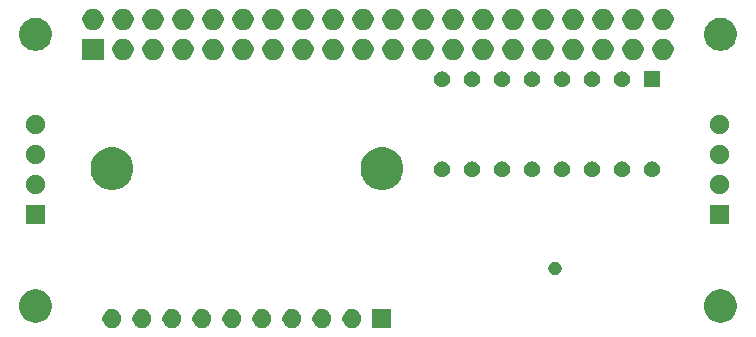
<source format=gbr>
G04 #@! TF.GenerationSoftware,KiCad,Pcbnew,(5.1.6-0-10_14)*
G04 #@! TF.CreationDate,2021-05-11T12:02:37-04:00*
G04 #@! TF.ProjectId,venti-zero,76656e74-692d-47a6-9572-6f2e6b696361,1.0*
G04 #@! TF.SameCoordinates,Original*
G04 #@! TF.FileFunction,Soldermask,Bot*
G04 #@! TF.FilePolarity,Negative*
%FSLAX46Y46*%
G04 Gerber Fmt 4.6, Leading zero omitted, Abs format (unit mm)*
G04 Created by KiCad (PCBNEW (5.1.6-0-10_14)) date 2021-05-11 12:02:37*
%MOMM*%
%LPD*%
G01*
G04 APERTURE LIST*
%ADD10C,0.150000*%
G04 APERTURE END LIST*
D10*
G36*
X151174000Y-119439500D02*
G01*
X149564000Y-119439500D01*
X149564000Y-117829500D01*
X151174000Y-117829500D01*
X151174000Y-119439500D01*
G37*
G36*
X148063810Y-117860435D02*
G01*
X148210309Y-117921117D01*
X148210310Y-117921118D01*
X148342158Y-118009216D01*
X148454284Y-118121342D01*
X148454285Y-118121344D01*
X148542383Y-118253191D01*
X148603065Y-118399690D01*
X148634000Y-118555213D01*
X148634000Y-118713787D01*
X148603065Y-118869310D01*
X148542383Y-119015809D01*
X148542382Y-119015810D01*
X148454284Y-119147658D01*
X148342158Y-119259784D01*
X148275785Y-119304133D01*
X148210309Y-119347883D01*
X148063810Y-119408565D01*
X147908287Y-119439500D01*
X147749713Y-119439500D01*
X147594190Y-119408565D01*
X147447691Y-119347883D01*
X147382215Y-119304133D01*
X147315842Y-119259784D01*
X147203716Y-119147658D01*
X147115618Y-119015810D01*
X147115617Y-119015809D01*
X147054935Y-118869310D01*
X147024000Y-118713787D01*
X147024000Y-118555213D01*
X147054935Y-118399690D01*
X147115617Y-118253191D01*
X147203715Y-118121344D01*
X147203716Y-118121342D01*
X147315842Y-118009216D01*
X147447690Y-117921118D01*
X147447691Y-117921117D01*
X147594190Y-117860435D01*
X147749713Y-117829500D01*
X147908287Y-117829500D01*
X148063810Y-117860435D01*
G37*
G36*
X145523810Y-117860435D02*
G01*
X145670309Y-117921117D01*
X145670310Y-117921118D01*
X145802158Y-118009216D01*
X145914284Y-118121342D01*
X145914285Y-118121344D01*
X146002383Y-118253191D01*
X146063065Y-118399690D01*
X146094000Y-118555213D01*
X146094000Y-118713787D01*
X146063065Y-118869310D01*
X146002383Y-119015809D01*
X146002382Y-119015810D01*
X145914284Y-119147658D01*
X145802158Y-119259784D01*
X145735785Y-119304133D01*
X145670309Y-119347883D01*
X145523810Y-119408565D01*
X145368287Y-119439500D01*
X145209713Y-119439500D01*
X145054190Y-119408565D01*
X144907691Y-119347883D01*
X144842215Y-119304133D01*
X144775842Y-119259784D01*
X144663716Y-119147658D01*
X144575618Y-119015810D01*
X144575617Y-119015809D01*
X144514935Y-118869310D01*
X144484000Y-118713787D01*
X144484000Y-118555213D01*
X144514935Y-118399690D01*
X144575617Y-118253191D01*
X144663715Y-118121344D01*
X144663716Y-118121342D01*
X144775842Y-118009216D01*
X144907690Y-117921118D01*
X144907691Y-117921117D01*
X145054190Y-117860435D01*
X145209713Y-117829500D01*
X145368287Y-117829500D01*
X145523810Y-117860435D01*
G37*
G36*
X142983810Y-117860435D02*
G01*
X143130309Y-117921117D01*
X143130310Y-117921118D01*
X143262158Y-118009216D01*
X143374284Y-118121342D01*
X143374285Y-118121344D01*
X143462383Y-118253191D01*
X143523065Y-118399690D01*
X143554000Y-118555213D01*
X143554000Y-118713787D01*
X143523065Y-118869310D01*
X143462383Y-119015809D01*
X143462382Y-119015810D01*
X143374284Y-119147658D01*
X143262158Y-119259784D01*
X143195785Y-119304133D01*
X143130309Y-119347883D01*
X142983810Y-119408565D01*
X142828287Y-119439500D01*
X142669713Y-119439500D01*
X142514190Y-119408565D01*
X142367691Y-119347883D01*
X142302215Y-119304133D01*
X142235842Y-119259784D01*
X142123716Y-119147658D01*
X142035618Y-119015810D01*
X142035617Y-119015809D01*
X141974935Y-118869310D01*
X141944000Y-118713787D01*
X141944000Y-118555213D01*
X141974935Y-118399690D01*
X142035617Y-118253191D01*
X142123715Y-118121344D01*
X142123716Y-118121342D01*
X142235842Y-118009216D01*
X142367690Y-117921118D01*
X142367691Y-117921117D01*
X142514190Y-117860435D01*
X142669713Y-117829500D01*
X142828287Y-117829500D01*
X142983810Y-117860435D01*
G37*
G36*
X140443810Y-117860435D02*
G01*
X140590309Y-117921117D01*
X140590310Y-117921118D01*
X140722158Y-118009216D01*
X140834284Y-118121342D01*
X140834285Y-118121344D01*
X140922383Y-118253191D01*
X140983065Y-118399690D01*
X141014000Y-118555213D01*
X141014000Y-118713787D01*
X140983065Y-118869310D01*
X140922383Y-119015809D01*
X140922382Y-119015810D01*
X140834284Y-119147658D01*
X140722158Y-119259784D01*
X140655785Y-119304133D01*
X140590309Y-119347883D01*
X140443810Y-119408565D01*
X140288287Y-119439500D01*
X140129713Y-119439500D01*
X139974190Y-119408565D01*
X139827691Y-119347883D01*
X139762215Y-119304133D01*
X139695842Y-119259784D01*
X139583716Y-119147658D01*
X139495618Y-119015810D01*
X139495617Y-119015809D01*
X139434935Y-118869310D01*
X139404000Y-118713787D01*
X139404000Y-118555213D01*
X139434935Y-118399690D01*
X139495617Y-118253191D01*
X139583715Y-118121344D01*
X139583716Y-118121342D01*
X139695842Y-118009216D01*
X139827690Y-117921118D01*
X139827691Y-117921117D01*
X139974190Y-117860435D01*
X140129713Y-117829500D01*
X140288287Y-117829500D01*
X140443810Y-117860435D01*
G37*
G36*
X137903810Y-117860435D02*
G01*
X138050309Y-117921117D01*
X138050310Y-117921118D01*
X138182158Y-118009216D01*
X138294284Y-118121342D01*
X138294285Y-118121344D01*
X138382383Y-118253191D01*
X138443065Y-118399690D01*
X138474000Y-118555213D01*
X138474000Y-118713787D01*
X138443065Y-118869310D01*
X138382383Y-119015809D01*
X138382382Y-119015810D01*
X138294284Y-119147658D01*
X138182158Y-119259784D01*
X138115785Y-119304133D01*
X138050309Y-119347883D01*
X137903810Y-119408565D01*
X137748287Y-119439500D01*
X137589713Y-119439500D01*
X137434190Y-119408565D01*
X137287691Y-119347883D01*
X137222215Y-119304133D01*
X137155842Y-119259784D01*
X137043716Y-119147658D01*
X136955618Y-119015810D01*
X136955617Y-119015809D01*
X136894935Y-118869310D01*
X136864000Y-118713787D01*
X136864000Y-118555213D01*
X136894935Y-118399690D01*
X136955617Y-118253191D01*
X137043715Y-118121344D01*
X137043716Y-118121342D01*
X137155842Y-118009216D01*
X137287690Y-117921118D01*
X137287691Y-117921117D01*
X137434190Y-117860435D01*
X137589713Y-117829500D01*
X137748287Y-117829500D01*
X137903810Y-117860435D01*
G37*
G36*
X135363810Y-117860435D02*
G01*
X135510309Y-117921117D01*
X135510310Y-117921118D01*
X135642158Y-118009216D01*
X135754284Y-118121342D01*
X135754285Y-118121344D01*
X135842383Y-118253191D01*
X135903065Y-118399690D01*
X135934000Y-118555213D01*
X135934000Y-118713787D01*
X135903065Y-118869310D01*
X135842383Y-119015809D01*
X135842382Y-119015810D01*
X135754284Y-119147658D01*
X135642158Y-119259784D01*
X135575785Y-119304133D01*
X135510309Y-119347883D01*
X135363810Y-119408565D01*
X135208287Y-119439500D01*
X135049713Y-119439500D01*
X134894190Y-119408565D01*
X134747691Y-119347883D01*
X134682215Y-119304133D01*
X134615842Y-119259784D01*
X134503716Y-119147658D01*
X134415618Y-119015810D01*
X134415617Y-119015809D01*
X134354935Y-118869310D01*
X134324000Y-118713787D01*
X134324000Y-118555213D01*
X134354935Y-118399690D01*
X134415617Y-118253191D01*
X134503715Y-118121344D01*
X134503716Y-118121342D01*
X134615842Y-118009216D01*
X134747690Y-117921118D01*
X134747691Y-117921117D01*
X134894190Y-117860435D01*
X135049713Y-117829500D01*
X135208287Y-117829500D01*
X135363810Y-117860435D01*
G37*
G36*
X132823810Y-117860435D02*
G01*
X132970309Y-117921117D01*
X132970310Y-117921118D01*
X133102158Y-118009216D01*
X133214284Y-118121342D01*
X133214285Y-118121344D01*
X133302383Y-118253191D01*
X133363065Y-118399690D01*
X133394000Y-118555213D01*
X133394000Y-118713787D01*
X133363065Y-118869310D01*
X133302383Y-119015809D01*
X133302382Y-119015810D01*
X133214284Y-119147658D01*
X133102158Y-119259784D01*
X133035785Y-119304133D01*
X132970309Y-119347883D01*
X132823810Y-119408565D01*
X132668287Y-119439500D01*
X132509713Y-119439500D01*
X132354190Y-119408565D01*
X132207691Y-119347883D01*
X132142215Y-119304133D01*
X132075842Y-119259784D01*
X131963716Y-119147658D01*
X131875618Y-119015810D01*
X131875617Y-119015809D01*
X131814935Y-118869310D01*
X131784000Y-118713787D01*
X131784000Y-118555213D01*
X131814935Y-118399690D01*
X131875617Y-118253191D01*
X131963715Y-118121344D01*
X131963716Y-118121342D01*
X132075842Y-118009216D01*
X132207690Y-117921118D01*
X132207691Y-117921117D01*
X132354190Y-117860435D01*
X132509713Y-117829500D01*
X132668287Y-117829500D01*
X132823810Y-117860435D01*
G37*
G36*
X130283810Y-117860435D02*
G01*
X130430309Y-117921117D01*
X130430310Y-117921118D01*
X130562158Y-118009216D01*
X130674284Y-118121342D01*
X130674285Y-118121344D01*
X130762383Y-118253191D01*
X130823065Y-118399690D01*
X130854000Y-118555213D01*
X130854000Y-118713787D01*
X130823065Y-118869310D01*
X130762383Y-119015809D01*
X130762382Y-119015810D01*
X130674284Y-119147658D01*
X130562158Y-119259784D01*
X130495785Y-119304133D01*
X130430309Y-119347883D01*
X130283810Y-119408565D01*
X130128287Y-119439500D01*
X129969713Y-119439500D01*
X129814190Y-119408565D01*
X129667691Y-119347883D01*
X129602215Y-119304133D01*
X129535842Y-119259784D01*
X129423716Y-119147658D01*
X129335618Y-119015810D01*
X129335617Y-119015809D01*
X129274935Y-118869310D01*
X129244000Y-118713787D01*
X129244000Y-118555213D01*
X129274935Y-118399690D01*
X129335617Y-118253191D01*
X129423715Y-118121344D01*
X129423716Y-118121342D01*
X129535842Y-118009216D01*
X129667690Y-117921118D01*
X129667691Y-117921117D01*
X129814190Y-117860435D01*
X129969713Y-117829500D01*
X130128287Y-117829500D01*
X130283810Y-117860435D01*
G37*
G36*
X127743810Y-117860435D02*
G01*
X127890309Y-117921117D01*
X127890310Y-117921118D01*
X128022158Y-118009216D01*
X128134284Y-118121342D01*
X128134285Y-118121344D01*
X128222383Y-118253191D01*
X128283065Y-118399690D01*
X128314000Y-118555213D01*
X128314000Y-118713787D01*
X128283065Y-118869310D01*
X128222383Y-119015809D01*
X128222382Y-119015810D01*
X128134284Y-119147658D01*
X128022158Y-119259784D01*
X127955785Y-119304133D01*
X127890309Y-119347883D01*
X127743810Y-119408565D01*
X127588287Y-119439500D01*
X127429713Y-119439500D01*
X127274190Y-119408565D01*
X127127691Y-119347883D01*
X127062215Y-119304133D01*
X126995842Y-119259784D01*
X126883716Y-119147658D01*
X126795618Y-119015810D01*
X126795617Y-119015809D01*
X126734935Y-118869310D01*
X126704000Y-118713787D01*
X126704000Y-118555213D01*
X126734935Y-118399690D01*
X126795617Y-118253191D01*
X126883715Y-118121344D01*
X126883716Y-118121342D01*
X126995842Y-118009216D01*
X127127690Y-117921118D01*
X127127691Y-117921117D01*
X127274190Y-117860435D01*
X127429713Y-117829500D01*
X127588287Y-117829500D01*
X127743810Y-117860435D01*
G37*
G36*
X121350433Y-116202893D02*
G01*
X121440657Y-116220839D01*
X121546267Y-116264585D01*
X121695621Y-116326449D01*
X121695622Y-116326450D01*
X121925086Y-116479772D01*
X122120228Y-116674914D01*
X122222675Y-116828237D01*
X122273551Y-116904379D01*
X122379161Y-117159344D01*
X122433000Y-117430012D01*
X122433000Y-117705988D01*
X122379161Y-117976656D01*
X122273551Y-118231621D01*
X122273550Y-118231622D01*
X122120228Y-118461086D01*
X121925086Y-118656228D01*
X121838942Y-118713787D01*
X121695621Y-118809551D01*
X121551350Y-118869310D01*
X121440657Y-118915161D01*
X121350433Y-118933107D01*
X121169988Y-118969000D01*
X120894012Y-118969000D01*
X120713567Y-118933107D01*
X120623343Y-118915161D01*
X120512650Y-118869310D01*
X120368379Y-118809551D01*
X120225058Y-118713787D01*
X120138914Y-118656228D01*
X119943772Y-118461086D01*
X119790450Y-118231622D01*
X119790449Y-118231621D01*
X119684839Y-117976656D01*
X119631000Y-117705988D01*
X119631000Y-117430012D01*
X119684839Y-117159344D01*
X119790449Y-116904379D01*
X119841325Y-116828237D01*
X119943772Y-116674914D01*
X120138914Y-116479772D01*
X120368378Y-116326450D01*
X120368379Y-116326449D01*
X120517733Y-116264585D01*
X120623343Y-116220839D01*
X120713567Y-116202893D01*
X120894012Y-116167000D01*
X121169988Y-116167000D01*
X121350433Y-116202893D01*
G37*
G36*
X179350433Y-116202893D02*
G01*
X179440657Y-116220839D01*
X179546267Y-116264585D01*
X179695621Y-116326449D01*
X179695622Y-116326450D01*
X179925086Y-116479772D01*
X180120228Y-116674914D01*
X180222675Y-116828237D01*
X180273551Y-116904379D01*
X180379161Y-117159344D01*
X180433000Y-117430012D01*
X180433000Y-117705988D01*
X180379161Y-117976656D01*
X180273551Y-118231621D01*
X180273550Y-118231622D01*
X180120228Y-118461086D01*
X179925086Y-118656228D01*
X179838942Y-118713787D01*
X179695621Y-118809551D01*
X179551350Y-118869310D01*
X179440657Y-118915161D01*
X179350433Y-118933107D01*
X179169988Y-118969000D01*
X178894012Y-118969000D01*
X178713567Y-118933107D01*
X178623343Y-118915161D01*
X178512650Y-118869310D01*
X178368379Y-118809551D01*
X178225058Y-118713787D01*
X178138914Y-118656228D01*
X177943772Y-118461086D01*
X177790450Y-118231622D01*
X177790449Y-118231621D01*
X177684839Y-117976656D01*
X177631000Y-117705988D01*
X177631000Y-117430012D01*
X177684839Y-117159344D01*
X177790449Y-116904379D01*
X177841325Y-116828237D01*
X177943772Y-116674914D01*
X178138914Y-116479772D01*
X178368378Y-116326450D01*
X178368379Y-116326449D01*
X178517733Y-116264585D01*
X178623343Y-116220839D01*
X178713567Y-116202893D01*
X178894012Y-116167000D01*
X179169988Y-116167000D01*
X179350433Y-116202893D01*
G37*
G36*
X165175638Y-113838559D02*
G01*
X165226685Y-113859704D01*
X165277734Y-113880849D01*
X165369614Y-113942241D01*
X165447759Y-114020386D01*
X165509151Y-114112266D01*
X165551441Y-114214363D01*
X165573000Y-114322747D01*
X165573000Y-114433253D01*
X165551441Y-114541637D01*
X165509151Y-114643734D01*
X165447759Y-114735614D01*
X165369614Y-114813759D01*
X165277734Y-114875151D01*
X165175638Y-114917441D01*
X165067254Y-114939000D01*
X164956746Y-114939000D01*
X164848362Y-114917441D01*
X164746266Y-114875151D01*
X164654386Y-114813759D01*
X164576241Y-114735614D01*
X164514849Y-114643734D01*
X164472559Y-114541637D01*
X164451000Y-114433253D01*
X164451000Y-114322747D01*
X164472559Y-114214363D01*
X164514849Y-114112266D01*
X164576241Y-114020386D01*
X164654386Y-113942241D01*
X164746266Y-113880849D01*
X164797315Y-113859704D01*
X164848362Y-113838559D01*
X164956746Y-113817000D01*
X165067254Y-113817000D01*
X165175638Y-113838559D01*
G37*
G36*
X121845000Y-110621000D02*
G01*
X120219000Y-110621000D01*
X120219000Y-108995000D01*
X121845000Y-108995000D01*
X121845000Y-110621000D01*
G37*
G36*
X179757000Y-110621000D02*
G01*
X178131000Y-110621000D01*
X178131000Y-108995000D01*
X179757000Y-108995000D01*
X179757000Y-110621000D01*
G37*
G36*
X121269142Y-106486242D02*
G01*
X121417101Y-106547529D01*
X121550255Y-106636499D01*
X121663501Y-106749745D01*
X121752471Y-106882899D01*
X121813758Y-107030858D01*
X121845000Y-107187925D01*
X121845000Y-107348075D01*
X121813758Y-107505142D01*
X121752471Y-107653101D01*
X121663501Y-107786255D01*
X121550255Y-107899501D01*
X121417101Y-107988471D01*
X121269142Y-108049758D01*
X121112075Y-108081000D01*
X120951925Y-108081000D01*
X120794858Y-108049758D01*
X120646899Y-107988471D01*
X120513745Y-107899501D01*
X120400499Y-107786255D01*
X120311529Y-107653101D01*
X120250242Y-107505142D01*
X120219000Y-107348075D01*
X120219000Y-107187925D01*
X120250242Y-107030858D01*
X120311529Y-106882899D01*
X120400499Y-106749745D01*
X120513745Y-106636499D01*
X120646899Y-106547529D01*
X120794858Y-106486242D01*
X120951925Y-106455000D01*
X121112075Y-106455000D01*
X121269142Y-106486242D01*
G37*
G36*
X179181142Y-106486242D02*
G01*
X179329101Y-106547529D01*
X179462255Y-106636499D01*
X179575501Y-106749745D01*
X179664471Y-106882899D01*
X179725758Y-107030858D01*
X179757000Y-107187925D01*
X179757000Y-107348075D01*
X179725758Y-107505142D01*
X179664471Y-107653101D01*
X179575501Y-107786255D01*
X179462255Y-107899501D01*
X179329101Y-107988471D01*
X179181142Y-108049758D01*
X179024075Y-108081000D01*
X178863925Y-108081000D01*
X178706858Y-108049758D01*
X178558899Y-107988471D01*
X178425745Y-107899501D01*
X178312499Y-107786255D01*
X178223529Y-107653101D01*
X178162242Y-107505142D01*
X178131000Y-107348075D01*
X178131000Y-107187925D01*
X178162242Y-107030858D01*
X178223529Y-106882899D01*
X178312499Y-106749745D01*
X178425745Y-106636499D01*
X178558899Y-106547529D01*
X178706858Y-106486242D01*
X178863925Y-106455000D01*
X179024075Y-106455000D01*
X179181142Y-106486242D01*
G37*
G36*
X150896665Y-104195018D02*
G01*
X151225881Y-104331384D01*
X151225883Y-104331385D01*
X151243116Y-104342900D01*
X151522170Y-104529358D01*
X151774142Y-104781330D01*
X151972116Y-105077619D01*
X152108482Y-105406835D01*
X152178000Y-105756328D01*
X152178000Y-106112672D01*
X152108482Y-106462165D01*
X151989363Y-106749743D01*
X151972115Y-106791383D01*
X151774142Y-107087670D01*
X151522170Y-107339642D01*
X151225883Y-107537615D01*
X151225882Y-107537616D01*
X151225881Y-107537616D01*
X150896665Y-107673982D01*
X150547172Y-107743500D01*
X150190828Y-107743500D01*
X149841335Y-107673982D01*
X149512119Y-107537616D01*
X149512118Y-107537616D01*
X149512117Y-107537615D01*
X149215830Y-107339642D01*
X148963858Y-107087670D01*
X148765885Y-106791383D01*
X148748637Y-106749743D01*
X148629518Y-106462165D01*
X148560000Y-106112672D01*
X148560000Y-105756328D01*
X148629518Y-105406835D01*
X148765884Y-105077619D01*
X148963858Y-104781330D01*
X149215830Y-104529358D01*
X149494884Y-104342900D01*
X149512117Y-104331385D01*
X149512119Y-104331384D01*
X149841335Y-104195018D01*
X150190828Y-104125500D01*
X150547172Y-104125500D01*
X150896665Y-104195018D01*
G37*
G36*
X128036665Y-104195018D02*
G01*
X128365881Y-104331384D01*
X128365883Y-104331385D01*
X128383116Y-104342900D01*
X128662170Y-104529358D01*
X128914142Y-104781330D01*
X129112116Y-105077619D01*
X129248482Y-105406835D01*
X129318000Y-105756328D01*
X129318000Y-106112672D01*
X129248482Y-106462165D01*
X129129363Y-106749743D01*
X129112115Y-106791383D01*
X128914142Y-107087670D01*
X128662170Y-107339642D01*
X128365883Y-107537615D01*
X128365882Y-107537616D01*
X128365881Y-107537616D01*
X128036665Y-107673982D01*
X127687172Y-107743500D01*
X127330828Y-107743500D01*
X126981335Y-107673982D01*
X126652119Y-107537616D01*
X126652118Y-107537616D01*
X126652117Y-107537615D01*
X126355830Y-107339642D01*
X126103858Y-107087670D01*
X125905885Y-106791383D01*
X125888637Y-106749743D01*
X125769518Y-106462165D01*
X125700000Y-106112672D01*
X125700000Y-105756328D01*
X125769518Y-105406835D01*
X125905884Y-105077619D01*
X126103858Y-104781330D01*
X126355830Y-104529358D01*
X126634884Y-104342900D01*
X126652117Y-104331385D01*
X126652119Y-104331384D01*
X126981335Y-104195018D01*
X127330828Y-104125500D01*
X127687172Y-104125500D01*
X128036665Y-104195018D01*
G37*
G36*
X173429098Y-105338362D02*
G01*
X173553941Y-105390074D01*
X173553943Y-105390075D01*
X173579026Y-105406835D01*
X173666299Y-105465149D01*
X173761851Y-105560701D01*
X173836926Y-105673059D01*
X173888638Y-105797902D01*
X173915000Y-105930434D01*
X173915000Y-106065566D01*
X173888638Y-106198098D01*
X173836926Y-106322941D01*
X173836925Y-106322943D01*
X173761851Y-106435299D01*
X173666299Y-106530851D01*
X173553943Y-106605925D01*
X173553942Y-106605926D01*
X173553941Y-106605926D01*
X173429098Y-106657638D01*
X173296566Y-106684000D01*
X173161434Y-106684000D01*
X173028902Y-106657638D01*
X172904059Y-106605926D01*
X172904058Y-106605926D01*
X172904057Y-106605925D01*
X172791701Y-106530851D01*
X172696149Y-106435299D01*
X172621075Y-106322943D01*
X172621074Y-106322941D01*
X172569362Y-106198098D01*
X172543000Y-106065566D01*
X172543000Y-105930434D01*
X172569362Y-105797902D01*
X172621074Y-105673059D01*
X172696149Y-105560701D01*
X172791701Y-105465149D01*
X172878974Y-105406835D01*
X172904057Y-105390075D01*
X172904059Y-105390074D01*
X173028902Y-105338362D01*
X173161434Y-105312000D01*
X173296566Y-105312000D01*
X173429098Y-105338362D01*
G37*
G36*
X170889098Y-105338362D02*
G01*
X171013941Y-105390074D01*
X171013943Y-105390075D01*
X171039026Y-105406835D01*
X171126299Y-105465149D01*
X171221851Y-105560701D01*
X171296926Y-105673059D01*
X171348638Y-105797902D01*
X171375000Y-105930434D01*
X171375000Y-106065566D01*
X171348638Y-106198098D01*
X171296926Y-106322941D01*
X171296925Y-106322943D01*
X171221851Y-106435299D01*
X171126299Y-106530851D01*
X171013943Y-106605925D01*
X171013942Y-106605926D01*
X171013941Y-106605926D01*
X170889098Y-106657638D01*
X170756566Y-106684000D01*
X170621434Y-106684000D01*
X170488902Y-106657638D01*
X170364059Y-106605926D01*
X170364058Y-106605926D01*
X170364057Y-106605925D01*
X170251701Y-106530851D01*
X170156149Y-106435299D01*
X170081075Y-106322943D01*
X170081074Y-106322941D01*
X170029362Y-106198098D01*
X170003000Y-106065566D01*
X170003000Y-105930434D01*
X170029362Y-105797902D01*
X170081074Y-105673059D01*
X170156149Y-105560701D01*
X170251701Y-105465149D01*
X170338974Y-105406835D01*
X170364057Y-105390075D01*
X170364059Y-105390074D01*
X170488902Y-105338362D01*
X170621434Y-105312000D01*
X170756566Y-105312000D01*
X170889098Y-105338362D01*
G37*
G36*
X168349098Y-105338362D02*
G01*
X168473941Y-105390074D01*
X168473943Y-105390075D01*
X168499026Y-105406835D01*
X168586299Y-105465149D01*
X168681851Y-105560701D01*
X168756926Y-105673059D01*
X168808638Y-105797902D01*
X168835000Y-105930434D01*
X168835000Y-106065566D01*
X168808638Y-106198098D01*
X168756926Y-106322941D01*
X168756925Y-106322943D01*
X168681851Y-106435299D01*
X168586299Y-106530851D01*
X168473943Y-106605925D01*
X168473942Y-106605926D01*
X168473941Y-106605926D01*
X168349098Y-106657638D01*
X168216566Y-106684000D01*
X168081434Y-106684000D01*
X167948902Y-106657638D01*
X167824059Y-106605926D01*
X167824058Y-106605926D01*
X167824057Y-106605925D01*
X167711701Y-106530851D01*
X167616149Y-106435299D01*
X167541075Y-106322943D01*
X167541074Y-106322941D01*
X167489362Y-106198098D01*
X167463000Y-106065566D01*
X167463000Y-105930434D01*
X167489362Y-105797902D01*
X167541074Y-105673059D01*
X167616149Y-105560701D01*
X167711701Y-105465149D01*
X167798974Y-105406835D01*
X167824057Y-105390075D01*
X167824059Y-105390074D01*
X167948902Y-105338362D01*
X168081434Y-105312000D01*
X168216566Y-105312000D01*
X168349098Y-105338362D01*
G37*
G36*
X165809098Y-105338362D02*
G01*
X165933941Y-105390074D01*
X165933943Y-105390075D01*
X165959026Y-105406835D01*
X166046299Y-105465149D01*
X166141851Y-105560701D01*
X166216926Y-105673059D01*
X166268638Y-105797902D01*
X166295000Y-105930434D01*
X166295000Y-106065566D01*
X166268638Y-106198098D01*
X166216926Y-106322941D01*
X166216925Y-106322943D01*
X166141851Y-106435299D01*
X166046299Y-106530851D01*
X165933943Y-106605925D01*
X165933942Y-106605926D01*
X165933941Y-106605926D01*
X165809098Y-106657638D01*
X165676566Y-106684000D01*
X165541434Y-106684000D01*
X165408902Y-106657638D01*
X165284059Y-106605926D01*
X165284058Y-106605926D01*
X165284057Y-106605925D01*
X165171701Y-106530851D01*
X165076149Y-106435299D01*
X165001075Y-106322943D01*
X165001074Y-106322941D01*
X164949362Y-106198098D01*
X164923000Y-106065566D01*
X164923000Y-105930434D01*
X164949362Y-105797902D01*
X165001074Y-105673059D01*
X165076149Y-105560701D01*
X165171701Y-105465149D01*
X165258974Y-105406835D01*
X165284057Y-105390075D01*
X165284059Y-105390074D01*
X165408902Y-105338362D01*
X165541434Y-105312000D01*
X165676566Y-105312000D01*
X165809098Y-105338362D01*
G37*
G36*
X163269098Y-105338362D02*
G01*
X163393941Y-105390074D01*
X163393943Y-105390075D01*
X163419026Y-105406835D01*
X163506299Y-105465149D01*
X163601851Y-105560701D01*
X163676926Y-105673059D01*
X163728638Y-105797902D01*
X163755000Y-105930434D01*
X163755000Y-106065566D01*
X163728638Y-106198098D01*
X163676926Y-106322941D01*
X163676925Y-106322943D01*
X163601851Y-106435299D01*
X163506299Y-106530851D01*
X163393943Y-106605925D01*
X163393942Y-106605926D01*
X163393941Y-106605926D01*
X163269098Y-106657638D01*
X163136566Y-106684000D01*
X163001434Y-106684000D01*
X162868902Y-106657638D01*
X162744059Y-106605926D01*
X162744058Y-106605926D01*
X162744057Y-106605925D01*
X162631701Y-106530851D01*
X162536149Y-106435299D01*
X162461075Y-106322943D01*
X162461074Y-106322941D01*
X162409362Y-106198098D01*
X162383000Y-106065566D01*
X162383000Y-105930434D01*
X162409362Y-105797902D01*
X162461074Y-105673059D01*
X162536149Y-105560701D01*
X162631701Y-105465149D01*
X162718974Y-105406835D01*
X162744057Y-105390075D01*
X162744059Y-105390074D01*
X162868902Y-105338362D01*
X163001434Y-105312000D01*
X163136566Y-105312000D01*
X163269098Y-105338362D01*
G37*
G36*
X160729098Y-105338362D02*
G01*
X160853941Y-105390074D01*
X160853943Y-105390075D01*
X160879026Y-105406835D01*
X160966299Y-105465149D01*
X161061851Y-105560701D01*
X161136926Y-105673059D01*
X161188638Y-105797902D01*
X161215000Y-105930434D01*
X161215000Y-106065566D01*
X161188638Y-106198098D01*
X161136926Y-106322941D01*
X161136925Y-106322943D01*
X161061851Y-106435299D01*
X160966299Y-106530851D01*
X160853943Y-106605925D01*
X160853942Y-106605926D01*
X160853941Y-106605926D01*
X160729098Y-106657638D01*
X160596566Y-106684000D01*
X160461434Y-106684000D01*
X160328902Y-106657638D01*
X160204059Y-106605926D01*
X160204058Y-106605926D01*
X160204057Y-106605925D01*
X160091701Y-106530851D01*
X159996149Y-106435299D01*
X159921075Y-106322943D01*
X159921074Y-106322941D01*
X159869362Y-106198098D01*
X159843000Y-106065566D01*
X159843000Y-105930434D01*
X159869362Y-105797902D01*
X159921074Y-105673059D01*
X159996149Y-105560701D01*
X160091701Y-105465149D01*
X160178974Y-105406835D01*
X160204057Y-105390075D01*
X160204059Y-105390074D01*
X160328902Y-105338362D01*
X160461434Y-105312000D01*
X160596566Y-105312000D01*
X160729098Y-105338362D01*
G37*
G36*
X158189098Y-105338362D02*
G01*
X158313941Y-105390074D01*
X158313943Y-105390075D01*
X158339026Y-105406835D01*
X158426299Y-105465149D01*
X158521851Y-105560701D01*
X158596926Y-105673059D01*
X158648638Y-105797902D01*
X158675000Y-105930434D01*
X158675000Y-106065566D01*
X158648638Y-106198098D01*
X158596926Y-106322941D01*
X158596925Y-106322943D01*
X158521851Y-106435299D01*
X158426299Y-106530851D01*
X158313943Y-106605925D01*
X158313942Y-106605926D01*
X158313941Y-106605926D01*
X158189098Y-106657638D01*
X158056566Y-106684000D01*
X157921434Y-106684000D01*
X157788902Y-106657638D01*
X157664059Y-106605926D01*
X157664058Y-106605926D01*
X157664057Y-106605925D01*
X157551701Y-106530851D01*
X157456149Y-106435299D01*
X157381075Y-106322943D01*
X157381074Y-106322941D01*
X157329362Y-106198098D01*
X157303000Y-106065566D01*
X157303000Y-105930434D01*
X157329362Y-105797902D01*
X157381074Y-105673059D01*
X157456149Y-105560701D01*
X157551701Y-105465149D01*
X157638974Y-105406835D01*
X157664057Y-105390075D01*
X157664059Y-105390074D01*
X157788902Y-105338362D01*
X157921434Y-105312000D01*
X158056566Y-105312000D01*
X158189098Y-105338362D01*
G37*
G36*
X155649098Y-105338362D02*
G01*
X155773941Y-105390074D01*
X155773943Y-105390075D01*
X155799026Y-105406835D01*
X155886299Y-105465149D01*
X155981851Y-105560701D01*
X156056926Y-105673059D01*
X156108638Y-105797902D01*
X156135000Y-105930434D01*
X156135000Y-106065566D01*
X156108638Y-106198098D01*
X156056926Y-106322941D01*
X156056925Y-106322943D01*
X155981851Y-106435299D01*
X155886299Y-106530851D01*
X155773943Y-106605925D01*
X155773942Y-106605926D01*
X155773941Y-106605926D01*
X155649098Y-106657638D01*
X155516566Y-106684000D01*
X155381434Y-106684000D01*
X155248902Y-106657638D01*
X155124059Y-106605926D01*
X155124058Y-106605926D01*
X155124057Y-106605925D01*
X155011701Y-106530851D01*
X154916149Y-106435299D01*
X154841075Y-106322943D01*
X154841074Y-106322941D01*
X154789362Y-106198098D01*
X154763000Y-106065566D01*
X154763000Y-105930434D01*
X154789362Y-105797902D01*
X154841074Y-105673059D01*
X154916149Y-105560701D01*
X155011701Y-105465149D01*
X155098974Y-105406835D01*
X155124057Y-105390075D01*
X155124059Y-105390074D01*
X155248902Y-105338362D01*
X155381434Y-105312000D01*
X155516566Y-105312000D01*
X155649098Y-105338362D01*
G37*
G36*
X179181142Y-103946242D02*
G01*
X179329101Y-104007529D01*
X179462255Y-104096499D01*
X179575501Y-104209745D01*
X179664471Y-104342899D01*
X179725758Y-104490858D01*
X179757000Y-104647925D01*
X179757000Y-104808075D01*
X179725758Y-104965142D01*
X179664471Y-105113101D01*
X179575501Y-105246255D01*
X179462255Y-105359501D01*
X179329101Y-105448471D01*
X179181142Y-105509758D01*
X179024075Y-105541000D01*
X178863925Y-105541000D01*
X178706858Y-105509758D01*
X178558899Y-105448471D01*
X178425745Y-105359501D01*
X178312499Y-105246255D01*
X178223529Y-105113101D01*
X178162242Y-104965142D01*
X178131000Y-104808075D01*
X178131000Y-104647925D01*
X178162242Y-104490858D01*
X178223529Y-104342899D01*
X178312499Y-104209745D01*
X178425745Y-104096499D01*
X178558899Y-104007529D01*
X178706858Y-103946242D01*
X178863925Y-103915000D01*
X179024075Y-103915000D01*
X179181142Y-103946242D01*
G37*
G36*
X121269142Y-103946242D02*
G01*
X121417101Y-104007529D01*
X121550255Y-104096499D01*
X121663501Y-104209745D01*
X121752471Y-104342899D01*
X121813758Y-104490858D01*
X121845000Y-104647925D01*
X121845000Y-104808075D01*
X121813758Y-104965142D01*
X121752471Y-105113101D01*
X121663501Y-105246255D01*
X121550255Y-105359501D01*
X121417101Y-105448471D01*
X121269142Y-105509758D01*
X121112075Y-105541000D01*
X120951925Y-105541000D01*
X120794858Y-105509758D01*
X120646899Y-105448471D01*
X120513745Y-105359501D01*
X120400499Y-105246255D01*
X120311529Y-105113101D01*
X120250242Y-104965142D01*
X120219000Y-104808075D01*
X120219000Y-104647925D01*
X120250242Y-104490858D01*
X120311529Y-104342899D01*
X120400499Y-104209745D01*
X120513745Y-104096499D01*
X120646899Y-104007529D01*
X120794858Y-103946242D01*
X120951925Y-103915000D01*
X121112075Y-103915000D01*
X121269142Y-103946242D01*
G37*
G36*
X121269142Y-101406242D02*
G01*
X121417101Y-101467529D01*
X121550255Y-101556499D01*
X121663501Y-101669745D01*
X121752471Y-101802899D01*
X121813758Y-101950858D01*
X121845000Y-102107925D01*
X121845000Y-102268075D01*
X121813758Y-102425142D01*
X121752471Y-102573101D01*
X121663501Y-102706255D01*
X121550255Y-102819501D01*
X121417101Y-102908471D01*
X121269142Y-102969758D01*
X121112075Y-103001000D01*
X120951925Y-103001000D01*
X120794858Y-102969758D01*
X120646899Y-102908471D01*
X120513745Y-102819501D01*
X120400499Y-102706255D01*
X120311529Y-102573101D01*
X120250242Y-102425142D01*
X120219000Y-102268075D01*
X120219000Y-102107925D01*
X120250242Y-101950858D01*
X120311529Y-101802899D01*
X120400499Y-101669745D01*
X120513745Y-101556499D01*
X120646899Y-101467529D01*
X120794858Y-101406242D01*
X120951925Y-101375000D01*
X121112075Y-101375000D01*
X121269142Y-101406242D01*
G37*
G36*
X179181142Y-101406242D02*
G01*
X179329101Y-101467529D01*
X179462255Y-101556499D01*
X179575501Y-101669745D01*
X179664471Y-101802899D01*
X179725758Y-101950858D01*
X179757000Y-102107925D01*
X179757000Y-102268075D01*
X179725758Y-102425142D01*
X179664471Y-102573101D01*
X179575501Y-102706255D01*
X179462255Y-102819501D01*
X179329101Y-102908471D01*
X179181142Y-102969758D01*
X179024075Y-103001000D01*
X178863925Y-103001000D01*
X178706858Y-102969758D01*
X178558899Y-102908471D01*
X178425745Y-102819501D01*
X178312499Y-102706255D01*
X178223529Y-102573101D01*
X178162242Y-102425142D01*
X178131000Y-102268075D01*
X178131000Y-102107925D01*
X178162242Y-101950858D01*
X178223529Y-101802899D01*
X178312499Y-101669745D01*
X178425745Y-101556499D01*
X178558899Y-101467529D01*
X178706858Y-101406242D01*
X178863925Y-101375000D01*
X179024075Y-101375000D01*
X179181142Y-101406242D01*
G37*
G36*
X163269098Y-97718362D02*
G01*
X163393941Y-97770074D01*
X163393943Y-97770075D01*
X163506299Y-97845149D01*
X163601851Y-97940701D01*
X163676926Y-98053059D01*
X163728638Y-98177902D01*
X163755000Y-98310434D01*
X163755000Y-98445566D01*
X163728638Y-98578098D01*
X163676926Y-98702941D01*
X163676925Y-98702943D01*
X163601851Y-98815299D01*
X163506299Y-98910851D01*
X163393943Y-98985925D01*
X163393942Y-98985926D01*
X163393941Y-98985926D01*
X163269098Y-99037638D01*
X163136566Y-99064000D01*
X163001434Y-99064000D01*
X162868902Y-99037638D01*
X162744059Y-98985926D01*
X162744058Y-98985926D01*
X162744057Y-98985925D01*
X162631701Y-98910851D01*
X162536149Y-98815299D01*
X162461075Y-98702943D01*
X162461074Y-98702941D01*
X162409362Y-98578098D01*
X162383000Y-98445566D01*
X162383000Y-98310434D01*
X162409362Y-98177902D01*
X162461074Y-98053059D01*
X162536149Y-97940701D01*
X162631701Y-97845149D01*
X162744057Y-97770075D01*
X162744059Y-97770074D01*
X162868902Y-97718362D01*
X163001434Y-97692000D01*
X163136566Y-97692000D01*
X163269098Y-97718362D01*
G37*
G36*
X173915000Y-99064000D02*
G01*
X172543000Y-99064000D01*
X172543000Y-97692000D01*
X173915000Y-97692000D01*
X173915000Y-99064000D01*
G37*
G36*
X160729098Y-97718362D02*
G01*
X160853941Y-97770074D01*
X160853943Y-97770075D01*
X160966299Y-97845149D01*
X161061851Y-97940701D01*
X161136926Y-98053059D01*
X161188638Y-98177902D01*
X161215000Y-98310434D01*
X161215000Y-98445566D01*
X161188638Y-98578098D01*
X161136926Y-98702941D01*
X161136925Y-98702943D01*
X161061851Y-98815299D01*
X160966299Y-98910851D01*
X160853943Y-98985925D01*
X160853942Y-98985926D01*
X160853941Y-98985926D01*
X160729098Y-99037638D01*
X160596566Y-99064000D01*
X160461434Y-99064000D01*
X160328902Y-99037638D01*
X160204059Y-98985926D01*
X160204058Y-98985926D01*
X160204057Y-98985925D01*
X160091701Y-98910851D01*
X159996149Y-98815299D01*
X159921075Y-98702943D01*
X159921074Y-98702941D01*
X159869362Y-98578098D01*
X159843000Y-98445566D01*
X159843000Y-98310434D01*
X159869362Y-98177902D01*
X159921074Y-98053059D01*
X159996149Y-97940701D01*
X160091701Y-97845149D01*
X160204057Y-97770075D01*
X160204059Y-97770074D01*
X160328902Y-97718362D01*
X160461434Y-97692000D01*
X160596566Y-97692000D01*
X160729098Y-97718362D01*
G37*
G36*
X158189098Y-97718362D02*
G01*
X158313941Y-97770074D01*
X158313943Y-97770075D01*
X158426299Y-97845149D01*
X158521851Y-97940701D01*
X158596926Y-98053059D01*
X158648638Y-98177902D01*
X158675000Y-98310434D01*
X158675000Y-98445566D01*
X158648638Y-98578098D01*
X158596926Y-98702941D01*
X158596925Y-98702943D01*
X158521851Y-98815299D01*
X158426299Y-98910851D01*
X158313943Y-98985925D01*
X158313942Y-98985926D01*
X158313941Y-98985926D01*
X158189098Y-99037638D01*
X158056566Y-99064000D01*
X157921434Y-99064000D01*
X157788902Y-99037638D01*
X157664059Y-98985926D01*
X157664058Y-98985926D01*
X157664057Y-98985925D01*
X157551701Y-98910851D01*
X157456149Y-98815299D01*
X157381075Y-98702943D01*
X157381074Y-98702941D01*
X157329362Y-98578098D01*
X157303000Y-98445566D01*
X157303000Y-98310434D01*
X157329362Y-98177902D01*
X157381074Y-98053059D01*
X157456149Y-97940701D01*
X157551701Y-97845149D01*
X157664057Y-97770075D01*
X157664059Y-97770074D01*
X157788902Y-97718362D01*
X157921434Y-97692000D01*
X158056566Y-97692000D01*
X158189098Y-97718362D01*
G37*
G36*
X155649098Y-97718362D02*
G01*
X155773941Y-97770074D01*
X155773943Y-97770075D01*
X155886299Y-97845149D01*
X155981851Y-97940701D01*
X156056926Y-98053059D01*
X156108638Y-98177902D01*
X156135000Y-98310434D01*
X156135000Y-98445566D01*
X156108638Y-98578098D01*
X156056926Y-98702941D01*
X156056925Y-98702943D01*
X155981851Y-98815299D01*
X155886299Y-98910851D01*
X155773943Y-98985925D01*
X155773942Y-98985926D01*
X155773941Y-98985926D01*
X155649098Y-99037638D01*
X155516566Y-99064000D01*
X155381434Y-99064000D01*
X155248902Y-99037638D01*
X155124059Y-98985926D01*
X155124058Y-98985926D01*
X155124057Y-98985925D01*
X155011701Y-98910851D01*
X154916149Y-98815299D01*
X154841075Y-98702943D01*
X154841074Y-98702941D01*
X154789362Y-98578098D01*
X154763000Y-98445566D01*
X154763000Y-98310434D01*
X154789362Y-98177902D01*
X154841074Y-98053059D01*
X154916149Y-97940701D01*
X155011701Y-97845149D01*
X155124057Y-97770075D01*
X155124059Y-97770074D01*
X155248902Y-97718362D01*
X155381434Y-97692000D01*
X155516566Y-97692000D01*
X155649098Y-97718362D01*
G37*
G36*
X170889098Y-97718362D02*
G01*
X171013941Y-97770074D01*
X171013943Y-97770075D01*
X171126299Y-97845149D01*
X171221851Y-97940701D01*
X171296926Y-98053059D01*
X171348638Y-98177902D01*
X171375000Y-98310434D01*
X171375000Y-98445566D01*
X171348638Y-98578098D01*
X171296926Y-98702941D01*
X171296925Y-98702943D01*
X171221851Y-98815299D01*
X171126299Y-98910851D01*
X171013943Y-98985925D01*
X171013942Y-98985926D01*
X171013941Y-98985926D01*
X170889098Y-99037638D01*
X170756566Y-99064000D01*
X170621434Y-99064000D01*
X170488902Y-99037638D01*
X170364059Y-98985926D01*
X170364058Y-98985926D01*
X170364057Y-98985925D01*
X170251701Y-98910851D01*
X170156149Y-98815299D01*
X170081075Y-98702943D01*
X170081074Y-98702941D01*
X170029362Y-98578098D01*
X170003000Y-98445566D01*
X170003000Y-98310434D01*
X170029362Y-98177902D01*
X170081074Y-98053059D01*
X170156149Y-97940701D01*
X170251701Y-97845149D01*
X170364057Y-97770075D01*
X170364059Y-97770074D01*
X170488902Y-97718362D01*
X170621434Y-97692000D01*
X170756566Y-97692000D01*
X170889098Y-97718362D01*
G37*
G36*
X168349098Y-97718362D02*
G01*
X168473941Y-97770074D01*
X168473943Y-97770075D01*
X168586299Y-97845149D01*
X168681851Y-97940701D01*
X168756926Y-98053059D01*
X168808638Y-98177902D01*
X168835000Y-98310434D01*
X168835000Y-98445566D01*
X168808638Y-98578098D01*
X168756926Y-98702941D01*
X168756925Y-98702943D01*
X168681851Y-98815299D01*
X168586299Y-98910851D01*
X168473943Y-98985925D01*
X168473942Y-98985926D01*
X168473941Y-98985926D01*
X168349098Y-99037638D01*
X168216566Y-99064000D01*
X168081434Y-99064000D01*
X167948902Y-99037638D01*
X167824059Y-98985926D01*
X167824058Y-98985926D01*
X167824057Y-98985925D01*
X167711701Y-98910851D01*
X167616149Y-98815299D01*
X167541075Y-98702943D01*
X167541074Y-98702941D01*
X167489362Y-98578098D01*
X167463000Y-98445566D01*
X167463000Y-98310434D01*
X167489362Y-98177902D01*
X167541074Y-98053059D01*
X167616149Y-97940701D01*
X167711701Y-97845149D01*
X167824057Y-97770075D01*
X167824059Y-97770074D01*
X167948902Y-97718362D01*
X168081434Y-97692000D01*
X168216566Y-97692000D01*
X168349098Y-97718362D01*
G37*
G36*
X165809098Y-97718362D02*
G01*
X165933941Y-97770074D01*
X165933943Y-97770075D01*
X166046299Y-97845149D01*
X166141851Y-97940701D01*
X166216926Y-98053059D01*
X166268638Y-98177902D01*
X166295000Y-98310434D01*
X166295000Y-98445566D01*
X166268638Y-98578098D01*
X166216926Y-98702941D01*
X166216925Y-98702943D01*
X166141851Y-98815299D01*
X166046299Y-98910851D01*
X165933943Y-98985925D01*
X165933942Y-98985926D01*
X165933941Y-98985926D01*
X165809098Y-99037638D01*
X165676566Y-99064000D01*
X165541434Y-99064000D01*
X165408902Y-99037638D01*
X165284059Y-98985926D01*
X165284058Y-98985926D01*
X165284057Y-98985925D01*
X165171701Y-98910851D01*
X165076149Y-98815299D01*
X165001075Y-98702943D01*
X165001074Y-98702941D01*
X164949362Y-98578098D01*
X164923000Y-98445566D01*
X164923000Y-98310434D01*
X164949362Y-98177902D01*
X165001074Y-98053059D01*
X165076149Y-97940701D01*
X165171701Y-97845149D01*
X165284057Y-97770075D01*
X165284059Y-97770074D01*
X165408902Y-97718362D01*
X165541434Y-97692000D01*
X165676566Y-97692000D01*
X165809098Y-97718362D01*
G37*
G36*
X133635512Y-94941927D02*
G01*
X133784812Y-94971624D01*
X133948784Y-95039544D01*
X134096354Y-95138147D01*
X134221853Y-95263646D01*
X134320456Y-95411216D01*
X134388376Y-95575188D01*
X134423000Y-95749259D01*
X134423000Y-95926741D01*
X134388376Y-96100812D01*
X134320456Y-96264784D01*
X134221853Y-96412354D01*
X134096354Y-96537853D01*
X133948784Y-96636456D01*
X133784812Y-96704376D01*
X133635512Y-96734073D01*
X133610742Y-96739000D01*
X133433258Y-96739000D01*
X133408488Y-96734073D01*
X133259188Y-96704376D01*
X133095216Y-96636456D01*
X132947646Y-96537853D01*
X132822147Y-96412354D01*
X132723544Y-96264784D01*
X132655624Y-96100812D01*
X132621000Y-95926741D01*
X132621000Y-95749259D01*
X132655624Y-95575188D01*
X132723544Y-95411216D01*
X132822147Y-95263646D01*
X132947646Y-95138147D01*
X133095216Y-95039544D01*
X133259188Y-94971624D01*
X133408488Y-94941927D01*
X133433258Y-94937000D01*
X133610742Y-94937000D01*
X133635512Y-94941927D01*
G37*
G36*
X143795512Y-94941927D02*
G01*
X143944812Y-94971624D01*
X144108784Y-95039544D01*
X144256354Y-95138147D01*
X144381853Y-95263646D01*
X144480456Y-95411216D01*
X144548376Y-95575188D01*
X144583000Y-95749259D01*
X144583000Y-95926741D01*
X144548376Y-96100812D01*
X144480456Y-96264784D01*
X144381853Y-96412354D01*
X144256354Y-96537853D01*
X144108784Y-96636456D01*
X143944812Y-96704376D01*
X143795512Y-96734073D01*
X143770742Y-96739000D01*
X143593258Y-96739000D01*
X143568488Y-96734073D01*
X143419188Y-96704376D01*
X143255216Y-96636456D01*
X143107646Y-96537853D01*
X142982147Y-96412354D01*
X142883544Y-96264784D01*
X142815624Y-96100812D01*
X142781000Y-95926741D01*
X142781000Y-95749259D01*
X142815624Y-95575188D01*
X142883544Y-95411216D01*
X142982147Y-95263646D01*
X143107646Y-95138147D01*
X143255216Y-95039544D01*
X143419188Y-94971624D01*
X143568488Y-94941927D01*
X143593258Y-94937000D01*
X143770742Y-94937000D01*
X143795512Y-94941927D01*
G37*
G36*
X174275512Y-94941927D02*
G01*
X174424812Y-94971624D01*
X174588784Y-95039544D01*
X174736354Y-95138147D01*
X174861853Y-95263646D01*
X174960456Y-95411216D01*
X175028376Y-95575188D01*
X175063000Y-95749259D01*
X175063000Y-95926741D01*
X175028376Y-96100812D01*
X174960456Y-96264784D01*
X174861853Y-96412354D01*
X174736354Y-96537853D01*
X174588784Y-96636456D01*
X174424812Y-96704376D01*
X174275512Y-96734073D01*
X174250742Y-96739000D01*
X174073258Y-96739000D01*
X174048488Y-96734073D01*
X173899188Y-96704376D01*
X173735216Y-96636456D01*
X173587646Y-96537853D01*
X173462147Y-96412354D01*
X173363544Y-96264784D01*
X173295624Y-96100812D01*
X173261000Y-95926741D01*
X173261000Y-95749259D01*
X173295624Y-95575188D01*
X173363544Y-95411216D01*
X173462147Y-95263646D01*
X173587646Y-95138147D01*
X173735216Y-95039544D01*
X173899188Y-94971624D01*
X174048488Y-94941927D01*
X174073258Y-94937000D01*
X174250742Y-94937000D01*
X174275512Y-94941927D01*
G37*
G36*
X171735512Y-94941927D02*
G01*
X171884812Y-94971624D01*
X172048784Y-95039544D01*
X172196354Y-95138147D01*
X172321853Y-95263646D01*
X172420456Y-95411216D01*
X172488376Y-95575188D01*
X172523000Y-95749259D01*
X172523000Y-95926741D01*
X172488376Y-96100812D01*
X172420456Y-96264784D01*
X172321853Y-96412354D01*
X172196354Y-96537853D01*
X172048784Y-96636456D01*
X171884812Y-96704376D01*
X171735512Y-96734073D01*
X171710742Y-96739000D01*
X171533258Y-96739000D01*
X171508488Y-96734073D01*
X171359188Y-96704376D01*
X171195216Y-96636456D01*
X171047646Y-96537853D01*
X170922147Y-96412354D01*
X170823544Y-96264784D01*
X170755624Y-96100812D01*
X170721000Y-95926741D01*
X170721000Y-95749259D01*
X170755624Y-95575188D01*
X170823544Y-95411216D01*
X170922147Y-95263646D01*
X171047646Y-95138147D01*
X171195216Y-95039544D01*
X171359188Y-94971624D01*
X171508488Y-94941927D01*
X171533258Y-94937000D01*
X171710742Y-94937000D01*
X171735512Y-94941927D01*
G37*
G36*
X169195512Y-94941927D02*
G01*
X169344812Y-94971624D01*
X169508784Y-95039544D01*
X169656354Y-95138147D01*
X169781853Y-95263646D01*
X169880456Y-95411216D01*
X169948376Y-95575188D01*
X169983000Y-95749259D01*
X169983000Y-95926741D01*
X169948376Y-96100812D01*
X169880456Y-96264784D01*
X169781853Y-96412354D01*
X169656354Y-96537853D01*
X169508784Y-96636456D01*
X169344812Y-96704376D01*
X169195512Y-96734073D01*
X169170742Y-96739000D01*
X168993258Y-96739000D01*
X168968488Y-96734073D01*
X168819188Y-96704376D01*
X168655216Y-96636456D01*
X168507646Y-96537853D01*
X168382147Y-96412354D01*
X168283544Y-96264784D01*
X168215624Y-96100812D01*
X168181000Y-95926741D01*
X168181000Y-95749259D01*
X168215624Y-95575188D01*
X168283544Y-95411216D01*
X168382147Y-95263646D01*
X168507646Y-95138147D01*
X168655216Y-95039544D01*
X168819188Y-94971624D01*
X168968488Y-94941927D01*
X168993258Y-94937000D01*
X169170742Y-94937000D01*
X169195512Y-94941927D01*
G37*
G36*
X166655512Y-94941927D02*
G01*
X166804812Y-94971624D01*
X166968784Y-95039544D01*
X167116354Y-95138147D01*
X167241853Y-95263646D01*
X167340456Y-95411216D01*
X167408376Y-95575188D01*
X167443000Y-95749259D01*
X167443000Y-95926741D01*
X167408376Y-96100812D01*
X167340456Y-96264784D01*
X167241853Y-96412354D01*
X167116354Y-96537853D01*
X166968784Y-96636456D01*
X166804812Y-96704376D01*
X166655512Y-96734073D01*
X166630742Y-96739000D01*
X166453258Y-96739000D01*
X166428488Y-96734073D01*
X166279188Y-96704376D01*
X166115216Y-96636456D01*
X165967646Y-96537853D01*
X165842147Y-96412354D01*
X165743544Y-96264784D01*
X165675624Y-96100812D01*
X165641000Y-95926741D01*
X165641000Y-95749259D01*
X165675624Y-95575188D01*
X165743544Y-95411216D01*
X165842147Y-95263646D01*
X165967646Y-95138147D01*
X166115216Y-95039544D01*
X166279188Y-94971624D01*
X166428488Y-94941927D01*
X166453258Y-94937000D01*
X166630742Y-94937000D01*
X166655512Y-94941927D01*
G37*
G36*
X164115512Y-94941927D02*
G01*
X164264812Y-94971624D01*
X164428784Y-95039544D01*
X164576354Y-95138147D01*
X164701853Y-95263646D01*
X164800456Y-95411216D01*
X164868376Y-95575188D01*
X164903000Y-95749259D01*
X164903000Y-95926741D01*
X164868376Y-96100812D01*
X164800456Y-96264784D01*
X164701853Y-96412354D01*
X164576354Y-96537853D01*
X164428784Y-96636456D01*
X164264812Y-96704376D01*
X164115512Y-96734073D01*
X164090742Y-96739000D01*
X163913258Y-96739000D01*
X163888488Y-96734073D01*
X163739188Y-96704376D01*
X163575216Y-96636456D01*
X163427646Y-96537853D01*
X163302147Y-96412354D01*
X163203544Y-96264784D01*
X163135624Y-96100812D01*
X163101000Y-95926741D01*
X163101000Y-95749259D01*
X163135624Y-95575188D01*
X163203544Y-95411216D01*
X163302147Y-95263646D01*
X163427646Y-95138147D01*
X163575216Y-95039544D01*
X163739188Y-94971624D01*
X163888488Y-94941927D01*
X163913258Y-94937000D01*
X164090742Y-94937000D01*
X164115512Y-94941927D01*
G37*
G36*
X161575512Y-94941927D02*
G01*
X161724812Y-94971624D01*
X161888784Y-95039544D01*
X162036354Y-95138147D01*
X162161853Y-95263646D01*
X162260456Y-95411216D01*
X162328376Y-95575188D01*
X162363000Y-95749259D01*
X162363000Y-95926741D01*
X162328376Y-96100812D01*
X162260456Y-96264784D01*
X162161853Y-96412354D01*
X162036354Y-96537853D01*
X161888784Y-96636456D01*
X161724812Y-96704376D01*
X161575512Y-96734073D01*
X161550742Y-96739000D01*
X161373258Y-96739000D01*
X161348488Y-96734073D01*
X161199188Y-96704376D01*
X161035216Y-96636456D01*
X160887646Y-96537853D01*
X160762147Y-96412354D01*
X160663544Y-96264784D01*
X160595624Y-96100812D01*
X160561000Y-95926741D01*
X160561000Y-95749259D01*
X160595624Y-95575188D01*
X160663544Y-95411216D01*
X160762147Y-95263646D01*
X160887646Y-95138147D01*
X161035216Y-95039544D01*
X161199188Y-94971624D01*
X161348488Y-94941927D01*
X161373258Y-94937000D01*
X161550742Y-94937000D01*
X161575512Y-94941927D01*
G37*
G36*
X159035512Y-94941927D02*
G01*
X159184812Y-94971624D01*
X159348784Y-95039544D01*
X159496354Y-95138147D01*
X159621853Y-95263646D01*
X159720456Y-95411216D01*
X159788376Y-95575188D01*
X159823000Y-95749259D01*
X159823000Y-95926741D01*
X159788376Y-96100812D01*
X159720456Y-96264784D01*
X159621853Y-96412354D01*
X159496354Y-96537853D01*
X159348784Y-96636456D01*
X159184812Y-96704376D01*
X159035512Y-96734073D01*
X159010742Y-96739000D01*
X158833258Y-96739000D01*
X158808488Y-96734073D01*
X158659188Y-96704376D01*
X158495216Y-96636456D01*
X158347646Y-96537853D01*
X158222147Y-96412354D01*
X158123544Y-96264784D01*
X158055624Y-96100812D01*
X158021000Y-95926741D01*
X158021000Y-95749259D01*
X158055624Y-95575188D01*
X158123544Y-95411216D01*
X158222147Y-95263646D01*
X158347646Y-95138147D01*
X158495216Y-95039544D01*
X158659188Y-94971624D01*
X158808488Y-94941927D01*
X158833258Y-94937000D01*
X159010742Y-94937000D01*
X159035512Y-94941927D01*
G37*
G36*
X156495512Y-94941927D02*
G01*
X156644812Y-94971624D01*
X156808784Y-95039544D01*
X156956354Y-95138147D01*
X157081853Y-95263646D01*
X157180456Y-95411216D01*
X157248376Y-95575188D01*
X157283000Y-95749259D01*
X157283000Y-95926741D01*
X157248376Y-96100812D01*
X157180456Y-96264784D01*
X157081853Y-96412354D01*
X156956354Y-96537853D01*
X156808784Y-96636456D01*
X156644812Y-96704376D01*
X156495512Y-96734073D01*
X156470742Y-96739000D01*
X156293258Y-96739000D01*
X156268488Y-96734073D01*
X156119188Y-96704376D01*
X155955216Y-96636456D01*
X155807646Y-96537853D01*
X155682147Y-96412354D01*
X155583544Y-96264784D01*
X155515624Y-96100812D01*
X155481000Y-95926741D01*
X155481000Y-95749259D01*
X155515624Y-95575188D01*
X155583544Y-95411216D01*
X155682147Y-95263646D01*
X155807646Y-95138147D01*
X155955216Y-95039544D01*
X156119188Y-94971624D01*
X156268488Y-94941927D01*
X156293258Y-94937000D01*
X156470742Y-94937000D01*
X156495512Y-94941927D01*
G37*
G36*
X153955512Y-94941927D02*
G01*
X154104812Y-94971624D01*
X154268784Y-95039544D01*
X154416354Y-95138147D01*
X154541853Y-95263646D01*
X154640456Y-95411216D01*
X154708376Y-95575188D01*
X154743000Y-95749259D01*
X154743000Y-95926741D01*
X154708376Y-96100812D01*
X154640456Y-96264784D01*
X154541853Y-96412354D01*
X154416354Y-96537853D01*
X154268784Y-96636456D01*
X154104812Y-96704376D01*
X153955512Y-96734073D01*
X153930742Y-96739000D01*
X153753258Y-96739000D01*
X153728488Y-96734073D01*
X153579188Y-96704376D01*
X153415216Y-96636456D01*
X153267646Y-96537853D01*
X153142147Y-96412354D01*
X153043544Y-96264784D01*
X152975624Y-96100812D01*
X152941000Y-95926741D01*
X152941000Y-95749259D01*
X152975624Y-95575188D01*
X153043544Y-95411216D01*
X153142147Y-95263646D01*
X153267646Y-95138147D01*
X153415216Y-95039544D01*
X153579188Y-94971624D01*
X153728488Y-94941927D01*
X153753258Y-94937000D01*
X153930742Y-94937000D01*
X153955512Y-94941927D01*
G37*
G36*
X151415512Y-94941927D02*
G01*
X151564812Y-94971624D01*
X151728784Y-95039544D01*
X151876354Y-95138147D01*
X152001853Y-95263646D01*
X152100456Y-95411216D01*
X152168376Y-95575188D01*
X152203000Y-95749259D01*
X152203000Y-95926741D01*
X152168376Y-96100812D01*
X152100456Y-96264784D01*
X152001853Y-96412354D01*
X151876354Y-96537853D01*
X151728784Y-96636456D01*
X151564812Y-96704376D01*
X151415512Y-96734073D01*
X151390742Y-96739000D01*
X151213258Y-96739000D01*
X151188488Y-96734073D01*
X151039188Y-96704376D01*
X150875216Y-96636456D01*
X150727646Y-96537853D01*
X150602147Y-96412354D01*
X150503544Y-96264784D01*
X150435624Y-96100812D01*
X150401000Y-95926741D01*
X150401000Y-95749259D01*
X150435624Y-95575188D01*
X150503544Y-95411216D01*
X150602147Y-95263646D01*
X150727646Y-95138147D01*
X150875216Y-95039544D01*
X151039188Y-94971624D01*
X151188488Y-94941927D01*
X151213258Y-94937000D01*
X151390742Y-94937000D01*
X151415512Y-94941927D01*
G37*
G36*
X146335512Y-94941927D02*
G01*
X146484812Y-94971624D01*
X146648784Y-95039544D01*
X146796354Y-95138147D01*
X146921853Y-95263646D01*
X147020456Y-95411216D01*
X147088376Y-95575188D01*
X147123000Y-95749259D01*
X147123000Y-95926741D01*
X147088376Y-96100812D01*
X147020456Y-96264784D01*
X146921853Y-96412354D01*
X146796354Y-96537853D01*
X146648784Y-96636456D01*
X146484812Y-96704376D01*
X146335512Y-96734073D01*
X146310742Y-96739000D01*
X146133258Y-96739000D01*
X146108488Y-96734073D01*
X145959188Y-96704376D01*
X145795216Y-96636456D01*
X145647646Y-96537853D01*
X145522147Y-96412354D01*
X145423544Y-96264784D01*
X145355624Y-96100812D01*
X145321000Y-95926741D01*
X145321000Y-95749259D01*
X145355624Y-95575188D01*
X145423544Y-95411216D01*
X145522147Y-95263646D01*
X145647646Y-95138147D01*
X145795216Y-95039544D01*
X145959188Y-94971624D01*
X146108488Y-94941927D01*
X146133258Y-94937000D01*
X146310742Y-94937000D01*
X146335512Y-94941927D01*
G37*
G36*
X148875512Y-94941927D02*
G01*
X149024812Y-94971624D01*
X149188784Y-95039544D01*
X149336354Y-95138147D01*
X149461853Y-95263646D01*
X149560456Y-95411216D01*
X149628376Y-95575188D01*
X149663000Y-95749259D01*
X149663000Y-95926741D01*
X149628376Y-96100812D01*
X149560456Y-96264784D01*
X149461853Y-96412354D01*
X149336354Y-96537853D01*
X149188784Y-96636456D01*
X149024812Y-96704376D01*
X148875512Y-96734073D01*
X148850742Y-96739000D01*
X148673258Y-96739000D01*
X148648488Y-96734073D01*
X148499188Y-96704376D01*
X148335216Y-96636456D01*
X148187646Y-96537853D01*
X148062147Y-96412354D01*
X147963544Y-96264784D01*
X147895624Y-96100812D01*
X147861000Y-95926741D01*
X147861000Y-95749259D01*
X147895624Y-95575188D01*
X147963544Y-95411216D01*
X148062147Y-95263646D01*
X148187646Y-95138147D01*
X148335216Y-95039544D01*
X148499188Y-94971624D01*
X148648488Y-94941927D01*
X148673258Y-94937000D01*
X148850742Y-94937000D01*
X148875512Y-94941927D01*
G37*
G36*
X126803000Y-96739000D02*
G01*
X125001000Y-96739000D01*
X125001000Y-94937000D01*
X126803000Y-94937000D01*
X126803000Y-96739000D01*
G37*
G36*
X128555512Y-94941927D02*
G01*
X128704812Y-94971624D01*
X128868784Y-95039544D01*
X129016354Y-95138147D01*
X129141853Y-95263646D01*
X129240456Y-95411216D01*
X129308376Y-95575188D01*
X129343000Y-95749259D01*
X129343000Y-95926741D01*
X129308376Y-96100812D01*
X129240456Y-96264784D01*
X129141853Y-96412354D01*
X129016354Y-96537853D01*
X128868784Y-96636456D01*
X128704812Y-96704376D01*
X128555512Y-96734073D01*
X128530742Y-96739000D01*
X128353258Y-96739000D01*
X128328488Y-96734073D01*
X128179188Y-96704376D01*
X128015216Y-96636456D01*
X127867646Y-96537853D01*
X127742147Y-96412354D01*
X127643544Y-96264784D01*
X127575624Y-96100812D01*
X127541000Y-95926741D01*
X127541000Y-95749259D01*
X127575624Y-95575188D01*
X127643544Y-95411216D01*
X127742147Y-95263646D01*
X127867646Y-95138147D01*
X128015216Y-95039544D01*
X128179188Y-94971624D01*
X128328488Y-94941927D01*
X128353258Y-94937000D01*
X128530742Y-94937000D01*
X128555512Y-94941927D01*
G37*
G36*
X131095512Y-94941927D02*
G01*
X131244812Y-94971624D01*
X131408784Y-95039544D01*
X131556354Y-95138147D01*
X131681853Y-95263646D01*
X131780456Y-95411216D01*
X131848376Y-95575188D01*
X131883000Y-95749259D01*
X131883000Y-95926741D01*
X131848376Y-96100812D01*
X131780456Y-96264784D01*
X131681853Y-96412354D01*
X131556354Y-96537853D01*
X131408784Y-96636456D01*
X131244812Y-96704376D01*
X131095512Y-96734073D01*
X131070742Y-96739000D01*
X130893258Y-96739000D01*
X130868488Y-96734073D01*
X130719188Y-96704376D01*
X130555216Y-96636456D01*
X130407646Y-96537853D01*
X130282147Y-96412354D01*
X130183544Y-96264784D01*
X130115624Y-96100812D01*
X130081000Y-95926741D01*
X130081000Y-95749259D01*
X130115624Y-95575188D01*
X130183544Y-95411216D01*
X130282147Y-95263646D01*
X130407646Y-95138147D01*
X130555216Y-95039544D01*
X130719188Y-94971624D01*
X130868488Y-94941927D01*
X130893258Y-94937000D01*
X131070742Y-94937000D01*
X131095512Y-94941927D01*
G37*
G36*
X136175512Y-94941927D02*
G01*
X136324812Y-94971624D01*
X136488784Y-95039544D01*
X136636354Y-95138147D01*
X136761853Y-95263646D01*
X136860456Y-95411216D01*
X136928376Y-95575188D01*
X136963000Y-95749259D01*
X136963000Y-95926741D01*
X136928376Y-96100812D01*
X136860456Y-96264784D01*
X136761853Y-96412354D01*
X136636354Y-96537853D01*
X136488784Y-96636456D01*
X136324812Y-96704376D01*
X136175512Y-96734073D01*
X136150742Y-96739000D01*
X135973258Y-96739000D01*
X135948488Y-96734073D01*
X135799188Y-96704376D01*
X135635216Y-96636456D01*
X135487646Y-96537853D01*
X135362147Y-96412354D01*
X135263544Y-96264784D01*
X135195624Y-96100812D01*
X135161000Y-95926741D01*
X135161000Y-95749259D01*
X135195624Y-95575188D01*
X135263544Y-95411216D01*
X135362147Y-95263646D01*
X135487646Y-95138147D01*
X135635216Y-95039544D01*
X135799188Y-94971624D01*
X135948488Y-94941927D01*
X135973258Y-94937000D01*
X136150742Y-94937000D01*
X136175512Y-94941927D01*
G37*
G36*
X141255512Y-94941927D02*
G01*
X141404812Y-94971624D01*
X141568784Y-95039544D01*
X141716354Y-95138147D01*
X141841853Y-95263646D01*
X141940456Y-95411216D01*
X142008376Y-95575188D01*
X142043000Y-95749259D01*
X142043000Y-95926741D01*
X142008376Y-96100812D01*
X141940456Y-96264784D01*
X141841853Y-96412354D01*
X141716354Y-96537853D01*
X141568784Y-96636456D01*
X141404812Y-96704376D01*
X141255512Y-96734073D01*
X141230742Y-96739000D01*
X141053258Y-96739000D01*
X141028488Y-96734073D01*
X140879188Y-96704376D01*
X140715216Y-96636456D01*
X140567646Y-96537853D01*
X140442147Y-96412354D01*
X140343544Y-96264784D01*
X140275624Y-96100812D01*
X140241000Y-95926741D01*
X140241000Y-95749259D01*
X140275624Y-95575188D01*
X140343544Y-95411216D01*
X140442147Y-95263646D01*
X140567646Y-95138147D01*
X140715216Y-95039544D01*
X140879188Y-94971624D01*
X141028488Y-94941927D01*
X141053258Y-94937000D01*
X141230742Y-94937000D01*
X141255512Y-94941927D01*
G37*
G36*
X138715512Y-94941927D02*
G01*
X138864812Y-94971624D01*
X139028784Y-95039544D01*
X139176354Y-95138147D01*
X139301853Y-95263646D01*
X139400456Y-95411216D01*
X139468376Y-95575188D01*
X139503000Y-95749259D01*
X139503000Y-95926741D01*
X139468376Y-96100812D01*
X139400456Y-96264784D01*
X139301853Y-96412354D01*
X139176354Y-96537853D01*
X139028784Y-96636456D01*
X138864812Y-96704376D01*
X138715512Y-96734073D01*
X138690742Y-96739000D01*
X138513258Y-96739000D01*
X138488488Y-96734073D01*
X138339188Y-96704376D01*
X138175216Y-96636456D01*
X138027646Y-96537853D01*
X137902147Y-96412354D01*
X137803544Y-96264784D01*
X137735624Y-96100812D01*
X137701000Y-95926741D01*
X137701000Y-95749259D01*
X137735624Y-95575188D01*
X137803544Y-95411216D01*
X137902147Y-95263646D01*
X138027646Y-95138147D01*
X138175216Y-95039544D01*
X138339188Y-94971624D01*
X138488488Y-94941927D01*
X138513258Y-94937000D01*
X138690742Y-94937000D01*
X138715512Y-94941927D01*
G37*
G36*
X121350433Y-93202893D02*
G01*
X121440657Y-93220839D01*
X121546267Y-93264585D01*
X121695621Y-93326449D01*
X121695622Y-93326450D01*
X121925086Y-93479772D01*
X122120228Y-93674914D01*
X122222675Y-93828237D01*
X122273551Y-93904379D01*
X122379161Y-94159344D01*
X122433000Y-94430012D01*
X122433000Y-94705988D01*
X122379161Y-94976656D01*
X122273551Y-95231621D01*
X122252152Y-95263647D01*
X122120228Y-95461086D01*
X121925086Y-95656228D01*
X121785856Y-95749258D01*
X121695621Y-95809551D01*
X121546267Y-95871415D01*
X121440657Y-95915161D01*
X121350433Y-95933107D01*
X121169988Y-95969000D01*
X120894012Y-95969000D01*
X120713567Y-95933107D01*
X120623343Y-95915161D01*
X120517733Y-95871415D01*
X120368379Y-95809551D01*
X120278144Y-95749258D01*
X120138914Y-95656228D01*
X119943772Y-95461086D01*
X119811848Y-95263647D01*
X119790449Y-95231621D01*
X119684839Y-94976656D01*
X119631000Y-94705988D01*
X119631000Y-94430012D01*
X119684839Y-94159344D01*
X119790449Y-93904379D01*
X119841325Y-93828237D01*
X119943772Y-93674914D01*
X120138914Y-93479772D01*
X120368378Y-93326450D01*
X120368379Y-93326449D01*
X120517733Y-93264585D01*
X120623343Y-93220839D01*
X120713567Y-93202893D01*
X120894012Y-93167000D01*
X121169988Y-93167000D01*
X121350433Y-93202893D01*
G37*
G36*
X179350433Y-93202893D02*
G01*
X179440657Y-93220839D01*
X179546267Y-93264585D01*
X179695621Y-93326449D01*
X179695622Y-93326450D01*
X179925086Y-93479772D01*
X180120228Y-93674914D01*
X180222675Y-93828237D01*
X180273551Y-93904379D01*
X180379161Y-94159344D01*
X180433000Y-94430012D01*
X180433000Y-94705988D01*
X180379161Y-94976656D01*
X180273551Y-95231621D01*
X180252152Y-95263647D01*
X180120228Y-95461086D01*
X179925086Y-95656228D01*
X179785856Y-95749258D01*
X179695621Y-95809551D01*
X179546267Y-95871415D01*
X179440657Y-95915161D01*
X179350433Y-95933107D01*
X179169988Y-95969000D01*
X178894012Y-95969000D01*
X178713567Y-95933107D01*
X178623343Y-95915161D01*
X178517733Y-95871415D01*
X178368379Y-95809551D01*
X178278144Y-95749258D01*
X178138914Y-95656228D01*
X177943772Y-95461086D01*
X177811848Y-95263647D01*
X177790449Y-95231621D01*
X177684839Y-94976656D01*
X177631000Y-94705988D01*
X177631000Y-94430012D01*
X177684839Y-94159344D01*
X177790449Y-93904379D01*
X177841325Y-93828237D01*
X177943772Y-93674914D01*
X178138914Y-93479772D01*
X178368378Y-93326450D01*
X178368379Y-93326449D01*
X178517733Y-93264585D01*
X178623343Y-93220839D01*
X178713567Y-93202893D01*
X178894012Y-93167000D01*
X179169988Y-93167000D01*
X179350433Y-93202893D01*
G37*
G36*
X143795512Y-92401927D02*
G01*
X143944812Y-92431624D01*
X144108784Y-92499544D01*
X144256354Y-92598147D01*
X144381853Y-92723646D01*
X144480456Y-92871216D01*
X144548376Y-93035188D01*
X144583000Y-93209259D01*
X144583000Y-93386741D01*
X144548376Y-93560812D01*
X144480456Y-93724784D01*
X144381853Y-93872354D01*
X144256354Y-93997853D01*
X144108784Y-94096456D01*
X143944812Y-94164376D01*
X143795512Y-94194073D01*
X143770742Y-94199000D01*
X143593258Y-94199000D01*
X143568488Y-94194073D01*
X143419188Y-94164376D01*
X143255216Y-94096456D01*
X143107646Y-93997853D01*
X142982147Y-93872354D01*
X142883544Y-93724784D01*
X142815624Y-93560812D01*
X142781000Y-93386741D01*
X142781000Y-93209259D01*
X142815624Y-93035188D01*
X142883544Y-92871216D01*
X142982147Y-92723646D01*
X143107646Y-92598147D01*
X143255216Y-92499544D01*
X143419188Y-92431624D01*
X143568488Y-92401927D01*
X143593258Y-92397000D01*
X143770742Y-92397000D01*
X143795512Y-92401927D01*
G37*
G36*
X146335512Y-92401927D02*
G01*
X146484812Y-92431624D01*
X146648784Y-92499544D01*
X146796354Y-92598147D01*
X146921853Y-92723646D01*
X147020456Y-92871216D01*
X147088376Y-93035188D01*
X147123000Y-93209259D01*
X147123000Y-93386741D01*
X147088376Y-93560812D01*
X147020456Y-93724784D01*
X146921853Y-93872354D01*
X146796354Y-93997853D01*
X146648784Y-94096456D01*
X146484812Y-94164376D01*
X146335512Y-94194073D01*
X146310742Y-94199000D01*
X146133258Y-94199000D01*
X146108488Y-94194073D01*
X145959188Y-94164376D01*
X145795216Y-94096456D01*
X145647646Y-93997853D01*
X145522147Y-93872354D01*
X145423544Y-93724784D01*
X145355624Y-93560812D01*
X145321000Y-93386741D01*
X145321000Y-93209259D01*
X145355624Y-93035188D01*
X145423544Y-92871216D01*
X145522147Y-92723646D01*
X145647646Y-92598147D01*
X145795216Y-92499544D01*
X145959188Y-92431624D01*
X146108488Y-92401927D01*
X146133258Y-92397000D01*
X146310742Y-92397000D01*
X146335512Y-92401927D01*
G37*
G36*
X128555512Y-92401927D02*
G01*
X128704812Y-92431624D01*
X128868784Y-92499544D01*
X129016354Y-92598147D01*
X129141853Y-92723646D01*
X129240456Y-92871216D01*
X129308376Y-93035188D01*
X129343000Y-93209259D01*
X129343000Y-93386741D01*
X129308376Y-93560812D01*
X129240456Y-93724784D01*
X129141853Y-93872354D01*
X129016354Y-93997853D01*
X128868784Y-94096456D01*
X128704812Y-94164376D01*
X128555512Y-94194073D01*
X128530742Y-94199000D01*
X128353258Y-94199000D01*
X128328488Y-94194073D01*
X128179188Y-94164376D01*
X128015216Y-94096456D01*
X127867646Y-93997853D01*
X127742147Y-93872354D01*
X127643544Y-93724784D01*
X127575624Y-93560812D01*
X127541000Y-93386741D01*
X127541000Y-93209259D01*
X127575624Y-93035188D01*
X127643544Y-92871216D01*
X127742147Y-92723646D01*
X127867646Y-92598147D01*
X128015216Y-92499544D01*
X128179188Y-92431624D01*
X128328488Y-92401927D01*
X128353258Y-92397000D01*
X128530742Y-92397000D01*
X128555512Y-92401927D01*
G37*
G36*
X148875512Y-92401927D02*
G01*
X149024812Y-92431624D01*
X149188784Y-92499544D01*
X149336354Y-92598147D01*
X149461853Y-92723646D01*
X149560456Y-92871216D01*
X149628376Y-93035188D01*
X149663000Y-93209259D01*
X149663000Y-93386741D01*
X149628376Y-93560812D01*
X149560456Y-93724784D01*
X149461853Y-93872354D01*
X149336354Y-93997853D01*
X149188784Y-94096456D01*
X149024812Y-94164376D01*
X148875512Y-94194073D01*
X148850742Y-94199000D01*
X148673258Y-94199000D01*
X148648488Y-94194073D01*
X148499188Y-94164376D01*
X148335216Y-94096456D01*
X148187646Y-93997853D01*
X148062147Y-93872354D01*
X147963544Y-93724784D01*
X147895624Y-93560812D01*
X147861000Y-93386741D01*
X147861000Y-93209259D01*
X147895624Y-93035188D01*
X147963544Y-92871216D01*
X148062147Y-92723646D01*
X148187646Y-92598147D01*
X148335216Y-92499544D01*
X148499188Y-92431624D01*
X148648488Y-92401927D01*
X148673258Y-92397000D01*
X148850742Y-92397000D01*
X148875512Y-92401927D01*
G37*
G36*
X141255512Y-92401927D02*
G01*
X141404812Y-92431624D01*
X141568784Y-92499544D01*
X141716354Y-92598147D01*
X141841853Y-92723646D01*
X141940456Y-92871216D01*
X142008376Y-93035188D01*
X142043000Y-93209259D01*
X142043000Y-93386741D01*
X142008376Y-93560812D01*
X141940456Y-93724784D01*
X141841853Y-93872354D01*
X141716354Y-93997853D01*
X141568784Y-94096456D01*
X141404812Y-94164376D01*
X141255512Y-94194073D01*
X141230742Y-94199000D01*
X141053258Y-94199000D01*
X141028488Y-94194073D01*
X140879188Y-94164376D01*
X140715216Y-94096456D01*
X140567646Y-93997853D01*
X140442147Y-93872354D01*
X140343544Y-93724784D01*
X140275624Y-93560812D01*
X140241000Y-93386741D01*
X140241000Y-93209259D01*
X140275624Y-93035188D01*
X140343544Y-92871216D01*
X140442147Y-92723646D01*
X140567646Y-92598147D01*
X140715216Y-92499544D01*
X140879188Y-92431624D01*
X141028488Y-92401927D01*
X141053258Y-92397000D01*
X141230742Y-92397000D01*
X141255512Y-92401927D01*
G37*
G36*
X151415512Y-92401927D02*
G01*
X151564812Y-92431624D01*
X151728784Y-92499544D01*
X151876354Y-92598147D01*
X152001853Y-92723646D01*
X152100456Y-92871216D01*
X152168376Y-93035188D01*
X152203000Y-93209259D01*
X152203000Y-93386741D01*
X152168376Y-93560812D01*
X152100456Y-93724784D01*
X152001853Y-93872354D01*
X151876354Y-93997853D01*
X151728784Y-94096456D01*
X151564812Y-94164376D01*
X151415512Y-94194073D01*
X151390742Y-94199000D01*
X151213258Y-94199000D01*
X151188488Y-94194073D01*
X151039188Y-94164376D01*
X150875216Y-94096456D01*
X150727646Y-93997853D01*
X150602147Y-93872354D01*
X150503544Y-93724784D01*
X150435624Y-93560812D01*
X150401000Y-93386741D01*
X150401000Y-93209259D01*
X150435624Y-93035188D01*
X150503544Y-92871216D01*
X150602147Y-92723646D01*
X150727646Y-92598147D01*
X150875216Y-92499544D01*
X151039188Y-92431624D01*
X151188488Y-92401927D01*
X151213258Y-92397000D01*
X151390742Y-92397000D01*
X151415512Y-92401927D01*
G37*
G36*
X138715512Y-92401927D02*
G01*
X138864812Y-92431624D01*
X139028784Y-92499544D01*
X139176354Y-92598147D01*
X139301853Y-92723646D01*
X139400456Y-92871216D01*
X139468376Y-93035188D01*
X139503000Y-93209259D01*
X139503000Y-93386741D01*
X139468376Y-93560812D01*
X139400456Y-93724784D01*
X139301853Y-93872354D01*
X139176354Y-93997853D01*
X139028784Y-94096456D01*
X138864812Y-94164376D01*
X138715512Y-94194073D01*
X138690742Y-94199000D01*
X138513258Y-94199000D01*
X138488488Y-94194073D01*
X138339188Y-94164376D01*
X138175216Y-94096456D01*
X138027646Y-93997853D01*
X137902147Y-93872354D01*
X137803544Y-93724784D01*
X137735624Y-93560812D01*
X137701000Y-93386741D01*
X137701000Y-93209259D01*
X137735624Y-93035188D01*
X137803544Y-92871216D01*
X137902147Y-92723646D01*
X138027646Y-92598147D01*
X138175216Y-92499544D01*
X138339188Y-92431624D01*
X138488488Y-92401927D01*
X138513258Y-92397000D01*
X138690742Y-92397000D01*
X138715512Y-92401927D01*
G37*
G36*
X153955512Y-92401927D02*
G01*
X154104812Y-92431624D01*
X154268784Y-92499544D01*
X154416354Y-92598147D01*
X154541853Y-92723646D01*
X154640456Y-92871216D01*
X154708376Y-93035188D01*
X154743000Y-93209259D01*
X154743000Y-93386741D01*
X154708376Y-93560812D01*
X154640456Y-93724784D01*
X154541853Y-93872354D01*
X154416354Y-93997853D01*
X154268784Y-94096456D01*
X154104812Y-94164376D01*
X153955512Y-94194073D01*
X153930742Y-94199000D01*
X153753258Y-94199000D01*
X153728488Y-94194073D01*
X153579188Y-94164376D01*
X153415216Y-94096456D01*
X153267646Y-93997853D01*
X153142147Y-93872354D01*
X153043544Y-93724784D01*
X152975624Y-93560812D01*
X152941000Y-93386741D01*
X152941000Y-93209259D01*
X152975624Y-93035188D01*
X153043544Y-92871216D01*
X153142147Y-92723646D01*
X153267646Y-92598147D01*
X153415216Y-92499544D01*
X153579188Y-92431624D01*
X153728488Y-92401927D01*
X153753258Y-92397000D01*
X153930742Y-92397000D01*
X153955512Y-92401927D01*
G37*
G36*
X136175512Y-92401927D02*
G01*
X136324812Y-92431624D01*
X136488784Y-92499544D01*
X136636354Y-92598147D01*
X136761853Y-92723646D01*
X136860456Y-92871216D01*
X136928376Y-93035188D01*
X136963000Y-93209259D01*
X136963000Y-93386741D01*
X136928376Y-93560812D01*
X136860456Y-93724784D01*
X136761853Y-93872354D01*
X136636354Y-93997853D01*
X136488784Y-94096456D01*
X136324812Y-94164376D01*
X136175512Y-94194073D01*
X136150742Y-94199000D01*
X135973258Y-94199000D01*
X135948488Y-94194073D01*
X135799188Y-94164376D01*
X135635216Y-94096456D01*
X135487646Y-93997853D01*
X135362147Y-93872354D01*
X135263544Y-93724784D01*
X135195624Y-93560812D01*
X135161000Y-93386741D01*
X135161000Y-93209259D01*
X135195624Y-93035188D01*
X135263544Y-92871216D01*
X135362147Y-92723646D01*
X135487646Y-92598147D01*
X135635216Y-92499544D01*
X135799188Y-92431624D01*
X135948488Y-92401927D01*
X135973258Y-92397000D01*
X136150742Y-92397000D01*
X136175512Y-92401927D01*
G37*
G36*
X156495512Y-92401927D02*
G01*
X156644812Y-92431624D01*
X156808784Y-92499544D01*
X156956354Y-92598147D01*
X157081853Y-92723646D01*
X157180456Y-92871216D01*
X157248376Y-93035188D01*
X157283000Y-93209259D01*
X157283000Y-93386741D01*
X157248376Y-93560812D01*
X157180456Y-93724784D01*
X157081853Y-93872354D01*
X156956354Y-93997853D01*
X156808784Y-94096456D01*
X156644812Y-94164376D01*
X156495512Y-94194073D01*
X156470742Y-94199000D01*
X156293258Y-94199000D01*
X156268488Y-94194073D01*
X156119188Y-94164376D01*
X155955216Y-94096456D01*
X155807646Y-93997853D01*
X155682147Y-93872354D01*
X155583544Y-93724784D01*
X155515624Y-93560812D01*
X155481000Y-93386741D01*
X155481000Y-93209259D01*
X155515624Y-93035188D01*
X155583544Y-92871216D01*
X155682147Y-92723646D01*
X155807646Y-92598147D01*
X155955216Y-92499544D01*
X156119188Y-92431624D01*
X156268488Y-92401927D01*
X156293258Y-92397000D01*
X156470742Y-92397000D01*
X156495512Y-92401927D01*
G37*
G36*
X133635512Y-92401927D02*
G01*
X133784812Y-92431624D01*
X133948784Y-92499544D01*
X134096354Y-92598147D01*
X134221853Y-92723646D01*
X134320456Y-92871216D01*
X134388376Y-93035188D01*
X134423000Y-93209259D01*
X134423000Y-93386741D01*
X134388376Y-93560812D01*
X134320456Y-93724784D01*
X134221853Y-93872354D01*
X134096354Y-93997853D01*
X133948784Y-94096456D01*
X133784812Y-94164376D01*
X133635512Y-94194073D01*
X133610742Y-94199000D01*
X133433258Y-94199000D01*
X133408488Y-94194073D01*
X133259188Y-94164376D01*
X133095216Y-94096456D01*
X132947646Y-93997853D01*
X132822147Y-93872354D01*
X132723544Y-93724784D01*
X132655624Y-93560812D01*
X132621000Y-93386741D01*
X132621000Y-93209259D01*
X132655624Y-93035188D01*
X132723544Y-92871216D01*
X132822147Y-92723646D01*
X132947646Y-92598147D01*
X133095216Y-92499544D01*
X133259188Y-92431624D01*
X133408488Y-92401927D01*
X133433258Y-92397000D01*
X133610742Y-92397000D01*
X133635512Y-92401927D01*
G37*
G36*
X159035512Y-92401927D02*
G01*
X159184812Y-92431624D01*
X159348784Y-92499544D01*
X159496354Y-92598147D01*
X159621853Y-92723646D01*
X159720456Y-92871216D01*
X159788376Y-93035188D01*
X159823000Y-93209259D01*
X159823000Y-93386741D01*
X159788376Y-93560812D01*
X159720456Y-93724784D01*
X159621853Y-93872354D01*
X159496354Y-93997853D01*
X159348784Y-94096456D01*
X159184812Y-94164376D01*
X159035512Y-94194073D01*
X159010742Y-94199000D01*
X158833258Y-94199000D01*
X158808488Y-94194073D01*
X158659188Y-94164376D01*
X158495216Y-94096456D01*
X158347646Y-93997853D01*
X158222147Y-93872354D01*
X158123544Y-93724784D01*
X158055624Y-93560812D01*
X158021000Y-93386741D01*
X158021000Y-93209259D01*
X158055624Y-93035188D01*
X158123544Y-92871216D01*
X158222147Y-92723646D01*
X158347646Y-92598147D01*
X158495216Y-92499544D01*
X158659188Y-92431624D01*
X158808488Y-92401927D01*
X158833258Y-92397000D01*
X159010742Y-92397000D01*
X159035512Y-92401927D01*
G37*
G36*
X131095512Y-92401927D02*
G01*
X131244812Y-92431624D01*
X131408784Y-92499544D01*
X131556354Y-92598147D01*
X131681853Y-92723646D01*
X131780456Y-92871216D01*
X131848376Y-93035188D01*
X131883000Y-93209259D01*
X131883000Y-93386741D01*
X131848376Y-93560812D01*
X131780456Y-93724784D01*
X131681853Y-93872354D01*
X131556354Y-93997853D01*
X131408784Y-94096456D01*
X131244812Y-94164376D01*
X131095512Y-94194073D01*
X131070742Y-94199000D01*
X130893258Y-94199000D01*
X130868488Y-94194073D01*
X130719188Y-94164376D01*
X130555216Y-94096456D01*
X130407646Y-93997853D01*
X130282147Y-93872354D01*
X130183544Y-93724784D01*
X130115624Y-93560812D01*
X130081000Y-93386741D01*
X130081000Y-93209259D01*
X130115624Y-93035188D01*
X130183544Y-92871216D01*
X130282147Y-92723646D01*
X130407646Y-92598147D01*
X130555216Y-92499544D01*
X130719188Y-92431624D01*
X130868488Y-92401927D01*
X130893258Y-92397000D01*
X131070742Y-92397000D01*
X131095512Y-92401927D01*
G37*
G36*
X161575512Y-92401927D02*
G01*
X161724812Y-92431624D01*
X161888784Y-92499544D01*
X162036354Y-92598147D01*
X162161853Y-92723646D01*
X162260456Y-92871216D01*
X162328376Y-93035188D01*
X162363000Y-93209259D01*
X162363000Y-93386741D01*
X162328376Y-93560812D01*
X162260456Y-93724784D01*
X162161853Y-93872354D01*
X162036354Y-93997853D01*
X161888784Y-94096456D01*
X161724812Y-94164376D01*
X161575512Y-94194073D01*
X161550742Y-94199000D01*
X161373258Y-94199000D01*
X161348488Y-94194073D01*
X161199188Y-94164376D01*
X161035216Y-94096456D01*
X160887646Y-93997853D01*
X160762147Y-93872354D01*
X160663544Y-93724784D01*
X160595624Y-93560812D01*
X160561000Y-93386741D01*
X160561000Y-93209259D01*
X160595624Y-93035188D01*
X160663544Y-92871216D01*
X160762147Y-92723646D01*
X160887646Y-92598147D01*
X161035216Y-92499544D01*
X161199188Y-92431624D01*
X161348488Y-92401927D01*
X161373258Y-92397000D01*
X161550742Y-92397000D01*
X161575512Y-92401927D01*
G37*
G36*
X164115512Y-92401927D02*
G01*
X164264812Y-92431624D01*
X164428784Y-92499544D01*
X164576354Y-92598147D01*
X164701853Y-92723646D01*
X164800456Y-92871216D01*
X164868376Y-93035188D01*
X164903000Y-93209259D01*
X164903000Y-93386741D01*
X164868376Y-93560812D01*
X164800456Y-93724784D01*
X164701853Y-93872354D01*
X164576354Y-93997853D01*
X164428784Y-94096456D01*
X164264812Y-94164376D01*
X164115512Y-94194073D01*
X164090742Y-94199000D01*
X163913258Y-94199000D01*
X163888488Y-94194073D01*
X163739188Y-94164376D01*
X163575216Y-94096456D01*
X163427646Y-93997853D01*
X163302147Y-93872354D01*
X163203544Y-93724784D01*
X163135624Y-93560812D01*
X163101000Y-93386741D01*
X163101000Y-93209259D01*
X163135624Y-93035188D01*
X163203544Y-92871216D01*
X163302147Y-92723646D01*
X163427646Y-92598147D01*
X163575216Y-92499544D01*
X163739188Y-92431624D01*
X163888488Y-92401927D01*
X163913258Y-92397000D01*
X164090742Y-92397000D01*
X164115512Y-92401927D01*
G37*
G36*
X166655512Y-92401927D02*
G01*
X166804812Y-92431624D01*
X166968784Y-92499544D01*
X167116354Y-92598147D01*
X167241853Y-92723646D01*
X167340456Y-92871216D01*
X167408376Y-93035188D01*
X167443000Y-93209259D01*
X167443000Y-93386741D01*
X167408376Y-93560812D01*
X167340456Y-93724784D01*
X167241853Y-93872354D01*
X167116354Y-93997853D01*
X166968784Y-94096456D01*
X166804812Y-94164376D01*
X166655512Y-94194073D01*
X166630742Y-94199000D01*
X166453258Y-94199000D01*
X166428488Y-94194073D01*
X166279188Y-94164376D01*
X166115216Y-94096456D01*
X165967646Y-93997853D01*
X165842147Y-93872354D01*
X165743544Y-93724784D01*
X165675624Y-93560812D01*
X165641000Y-93386741D01*
X165641000Y-93209259D01*
X165675624Y-93035188D01*
X165743544Y-92871216D01*
X165842147Y-92723646D01*
X165967646Y-92598147D01*
X166115216Y-92499544D01*
X166279188Y-92431624D01*
X166428488Y-92401927D01*
X166453258Y-92397000D01*
X166630742Y-92397000D01*
X166655512Y-92401927D01*
G37*
G36*
X126015512Y-92401927D02*
G01*
X126164812Y-92431624D01*
X126328784Y-92499544D01*
X126476354Y-92598147D01*
X126601853Y-92723646D01*
X126700456Y-92871216D01*
X126768376Y-93035188D01*
X126803000Y-93209259D01*
X126803000Y-93386741D01*
X126768376Y-93560812D01*
X126700456Y-93724784D01*
X126601853Y-93872354D01*
X126476354Y-93997853D01*
X126328784Y-94096456D01*
X126164812Y-94164376D01*
X126015512Y-94194073D01*
X125990742Y-94199000D01*
X125813258Y-94199000D01*
X125788488Y-94194073D01*
X125639188Y-94164376D01*
X125475216Y-94096456D01*
X125327646Y-93997853D01*
X125202147Y-93872354D01*
X125103544Y-93724784D01*
X125035624Y-93560812D01*
X125001000Y-93386741D01*
X125001000Y-93209259D01*
X125035624Y-93035188D01*
X125103544Y-92871216D01*
X125202147Y-92723646D01*
X125327646Y-92598147D01*
X125475216Y-92499544D01*
X125639188Y-92431624D01*
X125788488Y-92401927D01*
X125813258Y-92397000D01*
X125990742Y-92397000D01*
X126015512Y-92401927D01*
G37*
G36*
X169195512Y-92401927D02*
G01*
X169344812Y-92431624D01*
X169508784Y-92499544D01*
X169656354Y-92598147D01*
X169781853Y-92723646D01*
X169880456Y-92871216D01*
X169948376Y-93035188D01*
X169983000Y-93209259D01*
X169983000Y-93386741D01*
X169948376Y-93560812D01*
X169880456Y-93724784D01*
X169781853Y-93872354D01*
X169656354Y-93997853D01*
X169508784Y-94096456D01*
X169344812Y-94164376D01*
X169195512Y-94194073D01*
X169170742Y-94199000D01*
X168993258Y-94199000D01*
X168968488Y-94194073D01*
X168819188Y-94164376D01*
X168655216Y-94096456D01*
X168507646Y-93997853D01*
X168382147Y-93872354D01*
X168283544Y-93724784D01*
X168215624Y-93560812D01*
X168181000Y-93386741D01*
X168181000Y-93209259D01*
X168215624Y-93035188D01*
X168283544Y-92871216D01*
X168382147Y-92723646D01*
X168507646Y-92598147D01*
X168655216Y-92499544D01*
X168819188Y-92431624D01*
X168968488Y-92401927D01*
X168993258Y-92397000D01*
X169170742Y-92397000D01*
X169195512Y-92401927D01*
G37*
G36*
X171735512Y-92401927D02*
G01*
X171884812Y-92431624D01*
X172048784Y-92499544D01*
X172196354Y-92598147D01*
X172321853Y-92723646D01*
X172420456Y-92871216D01*
X172488376Y-93035188D01*
X172523000Y-93209259D01*
X172523000Y-93386741D01*
X172488376Y-93560812D01*
X172420456Y-93724784D01*
X172321853Y-93872354D01*
X172196354Y-93997853D01*
X172048784Y-94096456D01*
X171884812Y-94164376D01*
X171735512Y-94194073D01*
X171710742Y-94199000D01*
X171533258Y-94199000D01*
X171508488Y-94194073D01*
X171359188Y-94164376D01*
X171195216Y-94096456D01*
X171047646Y-93997853D01*
X170922147Y-93872354D01*
X170823544Y-93724784D01*
X170755624Y-93560812D01*
X170721000Y-93386741D01*
X170721000Y-93209259D01*
X170755624Y-93035188D01*
X170823544Y-92871216D01*
X170922147Y-92723646D01*
X171047646Y-92598147D01*
X171195216Y-92499544D01*
X171359188Y-92431624D01*
X171508488Y-92401927D01*
X171533258Y-92397000D01*
X171710742Y-92397000D01*
X171735512Y-92401927D01*
G37*
G36*
X174275512Y-92401927D02*
G01*
X174424812Y-92431624D01*
X174588784Y-92499544D01*
X174736354Y-92598147D01*
X174861853Y-92723646D01*
X174960456Y-92871216D01*
X175028376Y-93035188D01*
X175063000Y-93209259D01*
X175063000Y-93386741D01*
X175028376Y-93560812D01*
X174960456Y-93724784D01*
X174861853Y-93872354D01*
X174736354Y-93997853D01*
X174588784Y-94096456D01*
X174424812Y-94164376D01*
X174275512Y-94194073D01*
X174250742Y-94199000D01*
X174073258Y-94199000D01*
X174048488Y-94194073D01*
X173899188Y-94164376D01*
X173735216Y-94096456D01*
X173587646Y-93997853D01*
X173462147Y-93872354D01*
X173363544Y-93724784D01*
X173295624Y-93560812D01*
X173261000Y-93386741D01*
X173261000Y-93209259D01*
X173295624Y-93035188D01*
X173363544Y-92871216D01*
X173462147Y-92723646D01*
X173587646Y-92598147D01*
X173735216Y-92499544D01*
X173899188Y-92431624D01*
X174048488Y-92401927D01*
X174073258Y-92397000D01*
X174250742Y-92397000D01*
X174275512Y-92401927D01*
G37*
M02*

</source>
